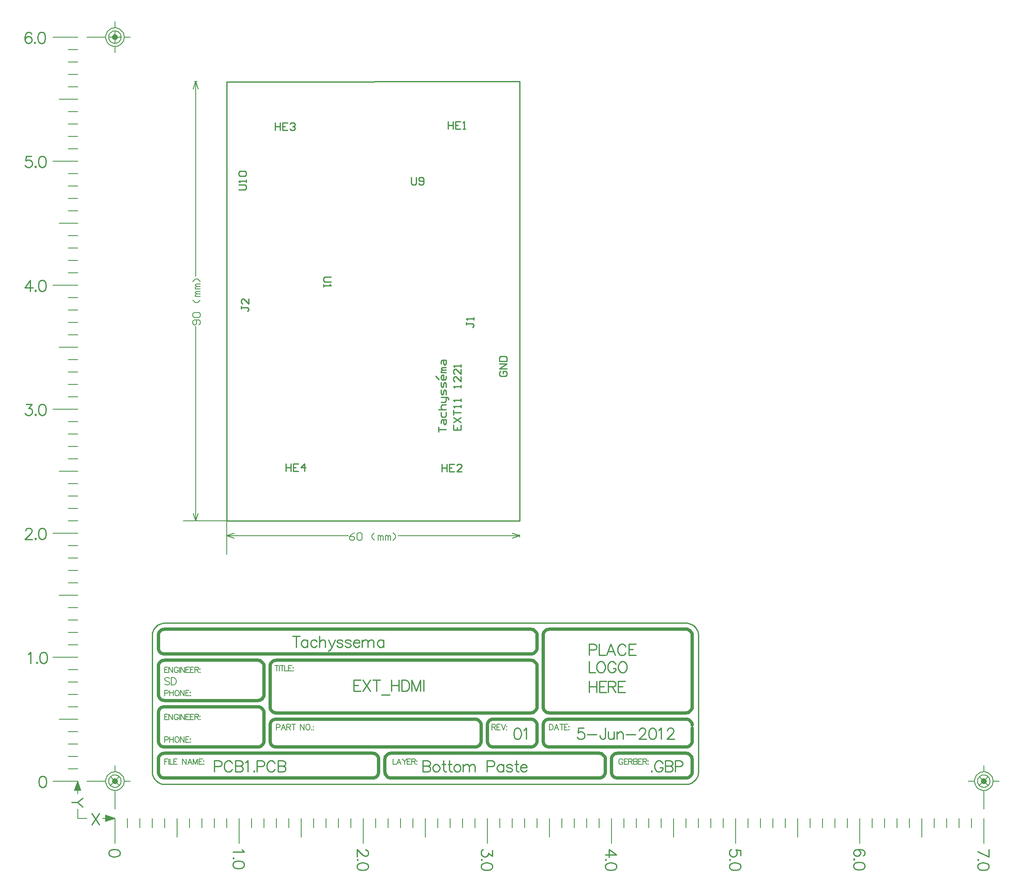
<source format=gbp>
%FSLAX44Y44*%
%MOMM*%
G71*
G01*
G75*
%ADD10R,1.1000X0.6000*%
%ADD11R,0.6000X1.1000*%
%ADD12R,0.5000X0.5000*%
%ADD13R,1.6000X1.6000*%
%ADD14R,0.6350X0.5080*%
%ADD15R,2.6000X0.3000*%
%ADD16R,3.0000X1.6000*%
%ADD17R,6.7000X6.7000*%
%ADD18R,0.3000X0.9000*%
%ADD19R,0.9000X0.3000*%
%ADD20R,5.2000X5.2000*%
%ADD21R,1.4000X1.2000*%
%ADD22R,1.2700X1.5240*%
%ADD23C,0.2000*%
%ADD24C,0.5000*%
%ADD25C,0.3000*%
%ADD26C,0.2286*%
%ADD27C,0.2540*%
%ADD28C,0.2032*%
%ADD29C,0.6350*%
%ADD30C,0.2500*%
%ADD31C,0.1524*%
%ADD32C,0.1270*%
%ADD33C,2.0000*%
%ADD34R,2.0000X2.0000*%
%ADD35R,1.6000X2.0000*%
%ADD36O,1.6000X2.0000*%
%ADD37C,3.3000*%
%ADD38C,2.3000*%
%ADD39C,6.0000*%
%ADD40C,2.4000*%
%ADD41C,1.0000*%
%ADD42C,0.8000*%
%ADD43C,0.4000*%
D23*
X1870498Y1883238D02*
X1959398D01*
X1895898D02*
Y2282199D01*
Y2384277D02*
Y2783238D01*
X1890818Y1898478D02*
X1895898Y1883238D01*
X1900978Y1898478D01*
X1890818Y2767998D02*
X1895898Y2783238D01*
X1900978Y2767998D01*
X1893358Y1883238D02*
X1898438D01*
X1893358Y2783238D02*
X1898438D01*
X1959398Y1814658D02*
Y1883238D01*
Y1852758D02*
X2208359D01*
X2310437D02*
X2559398D01*
X1959398D02*
X1974638Y1857838D01*
X1959398Y1852758D02*
X1974638Y1847678D01*
X2544158Y1857838D02*
X2559398Y1852758D01*
X2544158Y1847678D02*
X2559398Y1852758D01*
X1959398Y1850218D02*
Y1855298D01*
X2559398Y1850218D02*
Y1855298D01*
D26*
X2829166Y1371065D02*
X2828078Y1369977D01*
X2829166Y1368888D01*
X2830255Y1369977D01*
X2829166Y1371065D01*
X2851586Y1386302D02*
X2850497Y1388478D01*
X2848321Y1390655D01*
X2846144Y1391743D01*
X2841791D01*
X2839614Y1390655D01*
X2837437Y1388478D01*
X2836349Y1386302D01*
X2835261Y1383036D01*
Y1377595D01*
X2836349Y1374330D01*
X2837437Y1372153D01*
X2839614Y1369977D01*
X2841791Y1368888D01*
X2846144D01*
X2848321Y1369977D01*
X2850497Y1372153D01*
X2851586Y1374330D01*
Y1377595D01*
X2846144D02*
X2851586D01*
X2856810Y1391743D02*
Y1368888D01*
Y1391743D02*
X2866605D01*
X2869870Y1390655D01*
X2870958Y1389567D01*
X2872047Y1387390D01*
Y1385213D01*
X2870958Y1383036D01*
X2869870Y1381948D01*
X2866605Y1380860D01*
X2856810D02*
X2866605D01*
X2869870Y1379772D01*
X2870958Y1378683D01*
X2872047Y1376507D01*
Y1373241D01*
X2870958Y1371065D01*
X2869870Y1369977D01*
X2866605Y1368888D01*
X2856810D01*
X2877162Y1379772D02*
X2886957D01*
X2890222Y1380860D01*
X2891310Y1381948D01*
X2892398Y1384125D01*
Y1387390D01*
X2891310Y1389567D01*
X2890222Y1390655D01*
X2886957Y1391743D01*
X2877162D01*
Y1368888D01*
X1559708Y2880728D02*
X1558619Y2882905D01*
X1555354Y2883993D01*
X1553178D01*
X1549913Y2882905D01*
X1547736Y2879640D01*
X1546648Y2874198D01*
Y2868756D01*
X1547736Y2864403D01*
X1549913Y2862227D01*
X1553178Y2861138D01*
X1554266D01*
X1557531Y2862227D01*
X1559708Y2864403D01*
X1560796Y2867668D01*
Y2868756D01*
X1559708Y2872021D01*
X1557531Y2874198D01*
X1554266Y2875287D01*
X1553178D01*
X1549913Y2874198D01*
X1547736Y2872021D01*
X1546648Y2868756D01*
X1566891Y2863315D02*
X1565802Y2862227D01*
X1566891Y2861138D01*
X1567979Y2862227D01*
X1566891Y2863315D01*
X1579516Y2883993D02*
X1576250Y2882905D01*
X1574074Y2879640D01*
X1572986Y2874198D01*
Y2870933D01*
X1574074Y2865492D01*
X1576250Y2862227D01*
X1579516Y2861138D01*
X1581692D01*
X1584957Y2862227D01*
X1587134Y2865492D01*
X1588222Y2870933D01*
Y2874198D01*
X1587134Y2879640D01*
X1584957Y2882905D01*
X1581692Y2883993D01*
X1579516D01*
X1557531Y2375993D02*
X1546648Y2360757D01*
X1562973D01*
X1557531Y2375993D02*
Y2353138D01*
X1568088Y2355315D02*
X1567000Y2354227D01*
X1568088Y2353138D01*
X1569176Y2354227D01*
X1568088Y2355315D01*
X1580713Y2375993D02*
X1577448Y2374905D01*
X1575271Y2371640D01*
X1574183Y2366198D01*
Y2362933D01*
X1575271Y2357491D01*
X1577448Y2354227D01*
X1580713Y2353138D01*
X1582889D01*
X1586154Y2354227D01*
X1588331Y2357491D01*
X1589419Y2362933D01*
Y2366198D01*
X1588331Y2371640D01*
X1586154Y2374905D01*
X1582889Y2375993D01*
X1580713D01*
X1547736Y1862552D02*
Y1863640D01*
X1548824Y1865817D01*
X1549913Y1866905D01*
X1552089Y1867993D01*
X1556443D01*
X1558619Y1866905D01*
X1559708Y1865817D01*
X1560796Y1863640D01*
Y1861463D01*
X1559708Y1859286D01*
X1557531Y1856022D01*
X1546648Y1845138D01*
X1561884D01*
X1568088Y1847315D02*
X1567000Y1846227D01*
X1568088Y1845138D01*
X1569176Y1846227D01*
X1568088Y1847315D01*
X1580713Y1867993D02*
X1577448Y1866905D01*
X1575271Y1863640D01*
X1574183Y1858198D01*
Y1854933D01*
X1575271Y1849491D01*
X1577448Y1846227D01*
X1580713Y1845138D01*
X1582889D01*
X1586154Y1846227D01*
X1588331Y1849491D01*
X1589419Y1854933D01*
Y1858198D01*
X1588331Y1863640D01*
X1586154Y1866905D01*
X1582889Y1867993D01*
X1580713D01*
X1581753Y1359993D02*
X1578488Y1358905D01*
X1576311Y1355640D01*
X1575223Y1350198D01*
Y1346933D01*
X1576311Y1341492D01*
X1578488Y1338226D01*
X1581753Y1337138D01*
X1583929D01*
X1587194Y1338226D01*
X1589371Y1341492D01*
X1590459Y1346933D01*
Y1350198D01*
X1589371Y1355640D01*
X1587194Y1358905D01*
X1583929Y1359993D01*
X1581753D01*
X1552998Y1609640D02*
X1555174Y1610728D01*
X1558439Y1613993D01*
Y1591138D01*
X1570846Y1593315D02*
X1569758Y1592227D01*
X1570846Y1591138D01*
X1571935Y1592227D01*
X1570846Y1593315D01*
X1583471Y1613993D02*
X1580206Y1612905D01*
X1578029Y1609640D01*
X1576941Y1604198D01*
Y1600933D01*
X1578029Y1595491D01*
X1580206Y1592227D01*
X1583471Y1591138D01*
X1585648D01*
X1588913Y1592227D01*
X1591089Y1595491D01*
X1592178Y1600933D01*
Y1604198D01*
X1591089Y1609640D01*
X1588913Y1612905D01*
X1585648Y1613993D01*
X1583471D01*
X1548824Y2121993D02*
X1560796D01*
X1554266Y2113286D01*
X1557531D01*
X1559708Y2112198D01*
X1560796Y2111110D01*
X1561884Y2107845D01*
Y2105668D01*
X1560796Y2102403D01*
X1558619Y2100226D01*
X1555354Y2099138D01*
X1552089D01*
X1548824Y2100226D01*
X1547736Y2101315D01*
X1546648Y2103492D01*
X1568088Y2101315D02*
X1567000Y2100226D01*
X1568088Y2099138D01*
X1569176Y2100226D01*
X1568088Y2101315D01*
X1580713Y2121993D02*
X1577448Y2120905D01*
X1575271Y2117640D01*
X1574183Y2112198D01*
Y2108933D01*
X1575271Y2103492D01*
X1577448Y2100226D01*
X1580713Y2099138D01*
X1582889D01*
X1586154Y2100226D01*
X1588331Y2103492D01*
X1589419Y2108933D01*
Y2112198D01*
X1588331Y2117640D01*
X1586154Y2120905D01*
X1582889Y2121993D01*
X1580713D01*
X1559708Y2629993D02*
X1548824D01*
X1547736Y2620198D01*
X1548824Y2621287D01*
X1552089Y2622375D01*
X1555354D01*
X1558619Y2621287D01*
X1560796Y2619110D01*
X1561884Y2615845D01*
Y2613668D01*
X1560796Y2610403D01*
X1558619Y2608227D01*
X1555354Y2607138D01*
X1552089D01*
X1548824Y2608227D01*
X1547736Y2609315D01*
X1546648Y2611491D01*
X1568088Y2609315D02*
X1567000Y2608227D01*
X1568088Y2607138D01*
X1569176Y2608227D01*
X1568088Y2609315D01*
X1580713Y2629993D02*
X1577448Y2628905D01*
X1575271Y2625640D01*
X1574183Y2620198D01*
Y2616933D01*
X1575271Y2611491D01*
X1577448Y2608227D01*
X1580713Y2607138D01*
X1582889D01*
X1586154Y2608227D01*
X1588331Y2611491D01*
X1589419Y2616933D01*
Y2620198D01*
X1588331Y2625640D01*
X1586154Y2628905D01*
X1582889Y2629993D01*
X1580713D01*
X3518953Y1194901D02*
X3496098Y1205785D01*
X3518953Y1210138D02*
Y1194901D01*
X3498275Y1188698D02*
X3497186Y1189786D01*
X3496098Y1188698D01*
X3497186Y1187609D01*
X3498275Y1188698D01*
X3518953Y1176073D02*
X3517864Y1179338D01*
X3514599Y1181515D01*
X3509158Y1182603D01*
X3505893D01*
X3500451Y1181515D01*
X3497186Y1179338D01*
X3496098Y1176073D01*
Y1173896D01*
X3497186Y1170631D01*
X3500451Y1168455D01*
X3505893Y1167366D01*
X3509158D01*
X3514599Y1168455D01*
X3517864Y1170631D01*
X3518953Y1173896D01*
Y1176073D01*
X3010953Y1197078D02*
Y1207962D01*
X3001158Y1209050D01*
X3002246Y1207962D01*
X3003334Y1204696D01*
Y1201431D01*
X3002246Y1198166D01*
X3000069Y1195990D01*
X2996805Y1194901D01*
X2994628D01*
X2991363Y1195990D01*
X2989186Y1198166D01*
X2988098Y1201431D01*
Y1204696D01*
X2989186Y1207962D01*
X2990274Y1209050D01*
X2992451Y1210138D01*
X2990274Y1188698D02*
X2989186Y1189786D01*
X2988098Y1188698D01*
X2989186Y1187609D01*
X2990274Y1188698D01*
X3010953Y1176073D02*
X3009865Y1179338D01*
X3006599Y1181515D01*
X3001158Y1182603D01*
X2997893D01*
X2992451Y1181515D01*
X2989186Y1179338D01*
X2988098Y1176073D01*
Y1173896D01*
X2989186Y1170631D01*
X2992451Y1168455D01*
X2997893Y1167366D01*
X3001158D01*
X3006599Y1168455D01*
X3009865Y1170631D01*
X3010953Y1173896D01*
Y1176073D01*
X2502953Y1207962D02*
Y1195990D01*
X2494246Y1202520D01*
Y1199255D01*
X2493158Y1197078D01*
X2492069Y1195990D01*
X2488804Y1194901D01*
X2486628D01*
X2483363Y1195990D01*
X2481186Y1198166D01*
X2480098Y1201431D01*
Y1204696D01*
X2481186Y1207962D01*
X2482274Y1209050D01*
X2484451Y1210138D01*
X2482274Y1188698D02*
X2481186Y1189786D01*
X2480098Y1188698D01*
X2481186Y1187609D01*
X2482274Y1188698D01*
X2502953Y1176073D02*
X2501864Y1179338D01*
X2498599Y1181515D01*
X2493158Y1182603D01*
X2489893D01*
X2484451Y1181515D01*
X2481186Y1179338D01*
X2480098Y1176073D01*
Y1173896D01*
X2481186Y1170631D01*
X2484451Y1168455D01*
X2489893Y1167366D01*
X2493158D01*
X2498599Y1168455D01*
X2501864Y1170631D01*
X2502953Y1173896D01*
Y1176073D01*
X1990599Y1210138D02*
X1991688Y1207962D01*
X1994953Y1204696D01*
X1972098D01*
X1974274Y1192289D02*
X1973186Y1193378D01*
X1972098Y1192289D01*
X1973186Y1191201D01*
X1974274Y1192289D01*
X1994953Y1179665D02*
X1993864Y1182930D01*
X1990599Y1185106D01*
X1985158Y1186195D01*
X1981893D01*
X1976451Y1185106D01*
X1973186Y1182930D01*
X1972098Y1179665D01*
Y1177488D01*
X1973186Y1174223D01*
X1976451Y1172046D01*
X1981893Y1170958D01*
X1985158D01*
X1990599Y1172046D01*
X1993864Y1174223D01*
X1994953Y1177488D01*
Y1179665D01*
X1740953Y1203608D02*
X1739864Y1206873D01*
X1736599Y1209050D01*
X1731158Y1210138D01*
X1727893D01*
X1722451Y1209050D01*
X1719186Y1206873D01*
X1718098Y1203608D01*
Y1201431D01*
X1719186Y1198166D01*
X1722451Y1195990D01*
X1727893Y1194901D01*
X1731158D01*
X1736599Y1195990D01*
X1739864Y1198166D01*
X1740953Y1201431D01*
Y1203608D01*
X2243511Y1209050D02*
X2244599D01*
X2246776Y1207962D01*
X2247864Y1206873D01*
X2248953Y1204696D01*
Y1200343D01*
X2247864Y1198166D01*
X2246776Y1197078D01*
X2244599Y1195990D01*
X2242423D01*
X2240246Y1197078D01*
X2236981Y1199255D01*
X2226098Y1210138D01*
Y1194901D01*
X2228274Y1188698D02*
X2227186Y1189786D01*
X2226098Y1188698D01*
X2227186Y1187609D01*
X2228274Y1188698D01*
X2248953Y1176073D02*
X2247864Y1179338D01*
X2244599Y1181515D01*
X2239158Y1182603D01*
X2235893D01*
X2230451Y1181515D01*
X2227186Y1179338D01*
X2226098Y1176073D01*
Y1173896D01*
X2227186Y1170631D01*
X2230451Y1168455D01*
X2235893Y1167366D01*
X2239158D01*
X2244599Y1168455D01*
X2247864Y1170631D01*
X2248953Y1173896D01*
Y1176073D01*
X2756953Y1199255D02*
X2741716Y1210138D01*
Y1193813D01*
X2756953Y1199255D02*
X2734098D01*
X2736274Y1188698D02*
X2735186Y1189786D01*
X2734098Y1188698D01*
X2735186Y1187609D01*
X2736274Y1188698D01*
X2756953Y1176073D02*
X2755864Y1179338D01*
X2752599Y1181515D01*
X2747158Y1182603D01*
X2743893D01*
X2738451Y1181515D01*
X2735186Y1179338D01*
X2734098Y1176073D01*
Y1173896D01*
X2735186Y1170631D01*
X2738451Y1168455D01*
X2743893Y1167366D01*
X2747158D01*
X2752599Y1168455D01*
X2755864Y1170631D01*
X2756953Y1173896D01*
Y1176073D01*
X3261688Y1197078D02*
X3263864Y1198166D01*
X3264953Y1201431D01*
Y1203608D01*
X3263864Y1206873D01*
X3260599Y1209050D01*
X3255158Y1210138D01*
X3249716D01*
X3245363Y1209050D01*
X3243186Y1206873D01*
X3242098Y1203608D01*
Y1202520D01*
X3243186Y1199255D01*
X3245363Y1197078D01*
X3248628Y1195990D01*
X3249716D01*
X3252981Y1197078D01*
X3255158Y1199255D01*
X3256246Y1202520D01*
Y1203608D01*
X3255158Y1206873D01*
X3252981Y1209050D01*
X3249716Y1210138D01*
X3244274Y1189895D02*
X3243186Y1190983D01*
X3242098Y1189895D01*
X3243186Y1188807D01*
X3244274Y1189895D01*
X3264953Y1177270D02*
X3263864Y1180535D01*
X3260599Y1182712D01*
X3255158Y1183800D01*
X3251893D01*
X3246451Y1182712D01*
X3243186Y1180535D01*
X3242098Y1177270D01*
Y1175094D01*
X3243186Y1171829D01*
X3246451Y1169652D01*
X3251893Y1168564D01*
X3255158D01*
X3260599Y1169652D01*
X3263864Y1171829D01*
X3264953Y1175094D01*
Y1177270D01*
X1683173Y1283793D02*
X1698409Y1260938D01*
Y1283793D02*
X1683173Y1260938D01*
X1664753Y1314913D02*
X1653869Y1306206D01*
X1641898D01*
X1664753Y1297500D02*
X1653869Y1306206D01*
X2690008Y1458418D02*
X2679124D01*
X2678036Y1448623D01*
X2679124Y1449711D01*
X2682390Y1450800D01*
X2685654D01*
X2688919Y1449711D01*
X2691096Y1447535D01*
X2692184Y1444270D01*
Y1442093D01*
X2691096Y1438828D01*
X2688919Y1436651D01*
X2685654Y1435563D01*
X2682390D01*
X2679124Y1436651D01*
X2678036Y1437740D01*
X2676948Y1439917D01*
X2697299Y1445358D02*
X2716890D01*
X2734521Y1458418D02*
Y1441005D01*
X2733433Y1437740D01*
X2732344Y1436651D01*
X2730168Y1435563D01*
X2727991D01*
X2725814Y1436651D01*
X2724726Y1437740D01*
X2723637Y1441005D01*
Y1443181D01*
X2740398Y1450800D02*
Y1439917D01*
X2741486Y1436651D01*
X2743663Y1435563D01*
X2746928D01*
X2749105Y1436651D01*
X2752370Y1439917D01*
Y1450800D02*
Y1435563D01*
X2758355Y1450800D02*
Y1435563D01*
Y1446447D02*
X2761620Y1449711D01*
X2763797Y1450800D01*
X2767062D01*
X2769239Y1449711D01*
X2770327Y1446447D01*
Y1435563D01*
X2776313Y1445358D02*
X2795903D01*
X2803739Y1452977D02*
Y1454065D01*
X2804827Y1456242D01*
X2805916Y1457330D01*
X2808093Y1458418D01*
X2812446D01*
X2814622Y1457330D01*
X2815711Y1456242D01*
X2816799Y1454065D01*
Y1451888D01*
X2815711Y1449711D01*
X2813534Y1446447D01*
X2802651Y1435563D01*
X2817888D01*
X2829533Y1458418D02*
X2826268Y1457330D01*
X2824091Y1454065D01*
X2823003Y1448623D01*
Y1445358D01*
X2824091Y1439917D01*
X2826268Y1436651D01*
X2829533Y1435563D01*
X2831709D01*
X2834974Y1436651D01*
X2837151Y1439917D01*
X2838239Y1445358D01*
Y1448623D01*
X2837151Y1454065D01*
X2834974Y1457330D01*
X2831709Y1458418D01*
X2829533D01*
X2843354Y1454065D02*
X2845531Y1455153D01*
X2848796Y1458418D01*
Y1435563D01*
X2861203Y1452977D02*
Y1454065D01*
X2862292Y1456242D01*
X2863380Y1457330D01*
X2865557Y1458418D01*
X2869910D01*
X2872087Y1457330D01*
X2873175Y1456242D01*
X2874263Y1454065D01*
Y1451888D01*
X2873175Y1449711D01*
X2870999Y1446447D01*
X2860115Y1435563D01*
X2875352D01*
X2701078Y1554303D02*
Y1531448D01*
X2716314Y1554303D02*
Y1531448D01*
X2701078Y1543420D02*
X2716314D01*
X2736775Y1554303D02*
X2722627D01*
Y1531448D01*
X2736775D01*
X2722627Y1543420D02*
X2731334D01*
X2740584Y1554303D02*
Y1531448D01*
Y1554303D02*
X2750379D01*
X2753644Y1553215D01*
X2754733Y1552127D01*
X2755821Y1549950D01*
Y1547773D01*
X2754733Y1545596D01*
X2753644Y1544508D01*
X2750379Y1543420D01*
X2740584D01*
X2748203D02*
X2755821Y1531448D01*
X2775085Y1554303D02*
X2760936D01*
Y1531448D01*
X2775085D01*
X2760936Y1543420D02*
X2769643D01*
X2701078Y1594943D02*
Y1572088D01*
X2714138D01*
X2723171Y1594943D02*
X2720994Y1593855D01*
X2718818Y1591678D01*
X2717729Y1589501D01*
X2716641Y1586237D01*
Y1580795D01*
X2717729Y1577530D01*
X2718818Y1575353D01*
X2720994Y1573177D01*
X2723171Y1572088D01*
X2727524D01*
X2729701Y1573177D01*
X2731878Y1575353D01*
X2732966Y1577530D01*
X2734054Y1580795D01*
Y1586237D01*
X2732966Y1589501D01*
X2731878Y1591678D01*
X2729701Y1593855D01*
X2727524Y1594943D01*
X2723171D01*
X2755712Y1589501D02*
X2754624Y1591678D01*
X2752447Y1593855D01*
X2750271Y1594943D01*
X2745917D01*
X2743741Y1593855D01*
X2741564Y1591678D01*
X2740475Y1589501D01*
X2739387Y1586237D01*
Y1580795D01*
X2740475Y1577530D01*
X2741564Y1575353D01*
X2743741Y1573177D01*
X2745917Y1572088D01*
X2750271D01*
X2752447Y1573177D01*
X2754624Y1575353D01*
X2755712Y1577530D01*
Y1580795D01*
X2750271D02*
X2755712D01*
X2767466Y1594943D02*
X2765290Y1593855D01*
X2763113Y1591678D01*
X2762025Y1589501D01*
X2760936Y1586237D01*
Y1580795D01*
X2762025Y1577530D01*
X2763113Y1575353D01*
X2765290Y1573177D01*
X2767466Y1572088D01*
X2771820D01*
X2773996Y1573177D01*
X2776173Y1575353D01*
X2777261Y1577530D01*
X2778350Y1580795D01*
Y1586237D01*
X2777261Y1589501D01*
X2776173Y1591678D01*
X2773996Y1593855D01*
X2771820Y1594943D01*
X2767466D01*
X2701078Y1618531D02*
X2710873D01*
X2714138Y1619620D01*
X2715226Y1620708D01*
X2716314Y1622885D01*
Y1626150D01*
X2715226Y1628327D01*
X2714138Y1629415D01*
X2710873Y1630503D01*
X2701078D01*
Y1607648D01*
X2721430Y1630503D02*
Y1607648D01*
X2734490D01*
X2754406D02*
X2745699Y1630503D01*
X2736993Y1607648D01*
X2740258Y1615267D02*
X2751141D01*
X2776064Y1625061D02*
X2774976Y1627238D01*
X2772799Y1629415D01*
X2770623Y1630503D01*
X2766269D01*
X2764092Y1629415D01*
X2761916Y1627238D01*
X2760827Y1625061D01*
X2759739Y1621797D01*
Y1616355D01*
X2760827Y1613090D01*
X2761916Y1610913D01*
X2764092Y1608737D01*
X2766269Y1607648D01*
X2770623D01*
X2772799Y1608737D01*
X2774976Y1610913D01*
X2776064Y1613090D01*
X2796634Y1630503D02*
X2782485D01*
Y1607648D01*
X2796634D01*
X2782485Y1619620D02*
X2791192D01*
X2553303Y1458418D02*
X2550038Y1457330D01*
X2547861Y1454065D01*
X2546773Y1448623D01*
Y1445358D01*
X2547861Y1439917D01*
X2550038Y1436651D01*
X2553303Y1435563D01*
X2555479D01*
X2558744Y1436651D01*
X2560921Y1439917D01*
X2562009Y1445358D01*
Y1448623D01*
X2560921Y1454065D01*
X2558744Y1457330D01*
X2555479Y1458418D01*
X2553303D01*
X2567125Y1454065D02*
X2569301Y1455153D01*
X2572566Y1458418D01*
Y1435563D01*
X2360718Y1391743D02*
Y1368888D01*
Y1391743D02*
X2370513D01*
X2373778Y1390655D01*
X2374866Y1389567D01*
X2375954Y1387390D01*
Y1385213D01*
X2374866Y1383036D01*
X2373778Y1381948D01*
X2370513Y1380860D01*
X2360718D02*
X2370513D01*
X2373778Y1379772D01*
X2374866Y1378683D01*
X2375954Y1376507D01*
Y1373241D01*
X2374866Y1371065D01*
X2373778Y1369977D01*
X2370513Y1368888D01*
X2360718D01*
X2386511Y1384125D02*
X2384335Y1383036D01*
X2382158Y1380860D01*
X2381070Y1377595D01*
Y1375418D01*
X2382158Y1372153D01*
X2384335Y1369977D01*
X2386511Y1368888D01*
X2389776D01*
X2391953Y1369977D01*
X2394130Y1372153D01*
X2395218Y1375418D01*
Y1377595D01*
X2394130Y1380860D01*
X2391953Y1383036D01*
X2389776Y1384125D01*
X2386511D01*
X2403489Y1391743D02*
Y1373241D01*
X2404578Y1369977D01*
X2406754Y1368888D01*
X2408931D01*
X2400224Y1384125D02*
X2407843D01*
X2415461Y1391743D02*
Y1373241D01*
X2416549Y1369977D01*
X2418726Y1368888D01*
X2420903D01*
X2412196Y1384125D02*
X2419814D01*
X2429610D02*
X2427433Y1383036D01*
X2425256Y1380860D01*
X2424168Y1377595D01*
Y1375418D01*
X2425256Y1372153D01*
X2427433Y1369977D01*
X2429610Y1368888D01*
X2432874D01*
X2435051Y1369977D01*
X2437228Y1372153D01*
X2438316Y1375418D01*
Y1377595D01*
X2437228Y1380860D01*
X2435051Y1383036D01*
X2432874Y1384125D01*
X2429610D01*
X2443323D02*
Y1368888D01*
Y1379772D02*
X2446588Y1383036D01*
X2448764Y1384125D01*
X2452029D01*
X2454206Y1383036D01*
X2455294Y1379772D01*
Y1368888D01*
Y1379772D02*
X2458559Y1383036D01*
X2460736Y1384125D01*
X2464001D01*
X2466178Y1383036D01*
X2467266Y1379772D01*
Y1368888D01*
X2492407Y1379772D02*
X2502202D01*
X2505467Y1380860D01*
X2506555Y1381948D01*
X2507643Y1384125D01*
Y1387390D01*
X2506555Y1389567D01*
X2505467Y1390655D01*
X2502202Y1391743D01*
X2492407D01*
Y1368888D01*
X2525819Y1384125D02*
Y1368888D01*
Y1380860D02*
X2523642Y1383036D01*
X2521465Y1384125D01*
X2518200D01*
X2516024Y1383036D01*
X2513847Y1380860D01*
X2512759Y1377595D01*
Y1375418D01*
X2513847Y1372153D01*
X2516024Y1369977D01*
X2518200Y1368888D01*
X2521465D01*
X2523642Y1369977D01*
X2525819Y1372153D01*
X2543885Y1380860D02*
X2542797Y1383036D01*
X2539532Y1384125D01*
X2536267D01*
X2533002Y1383036D01*
X2531913Y1380860D01*
X2533002Y1378683D01*
X2535178Y1377595D01*
X2540620Y1376507D01*
X2542797Y1375418D01*
X2543885Y1373241D01*
Y1372153D01*
X2542797Y1369977D01*
X2539532Y1368888D01*
X2536267D01*
X2533002Y1369977D01*
X2531913Y1372153D01*
X2551939Y1391743D02*
Y1373241D01*
X2553027Y1369977D01*
X2555204Y1368888D01*
X2557380D01*
X2548674Y1384125D02*
X2556292D01*
X2560645Y1377595D02*
X2573705D01*
Y1379772D01*
X2572617Y1381948D01*
X2571529Y1383036D01*
X2569352Y1384125D01*
X2566087D01*
X2563911Y1383036D01*
X2561734Y1380860D01*
X2560645Y1377595D01*
Y1375418D01*
X2561734Y1372153D01*
X2563911Y1369977D01*
X2566087Y1368888D01*
X2569352D01*
X2571529Y1369977D01*
X2573705Y1372153D01*
X1933998Y1379772D02*
X1943793D01*
X1947058Y1380860D01*
X1948146Y1381948D01*
X1949234Y1384125D01*
Y1387390D01*
X1948146Y1389567D01*
X1947058Y1390655D01*
X1943793Y1391743D01*
X1933998D01*
Y1368888D01*
X1970675Y1386302D02*
X1969586Y1388478D01*
X1967410Y1390655D01*
X1965233Y1391743D01*
X1960880D01*
X1958703Y1390655D01*
X1956526Y1388478D01*
X1955438Y1386302D01*
X1954350Y1383036D01*
Y1377595D01*
X1955438Y1374330D01*
X1956526Y1372153D01*
X1958703Y1369977D01*
X1960880Y1368888D01*
X1965233D01*
X1967410Y1369977D01*
X1969586Y1372153D01*
X1970675Y1374330D01*
X1977096Y1391743D02*
Y1368888D01*
Y1391743D02*
X1986891D01*
X1990156Y1390655D01*
X1991244Y1389567D01*
X1992333Y1387390D01*
Y1385213D01*
X1991244Y1383036D01*
X1990156Y1381948D01*
X1986891Y1380860D01*
X1977096D02*
X1986891D01*
X1990156Y1379772D01*
X1991244Y1378683D01*
X1992333Y1376507D01*
Y1373241D01*
X1991244Y1371065D01*
X1990156Y1369977D01*
X1986891Y1368888D01*
X1977096D01*
X1997448Y1387390D02*
X1999624Y1388478D01*
X2002890Y1391743D01*
Y1368888D01*
X2015297Y1371065D02*
X2014208Y1369977D01*
X2015297Y1368888D01*
X2016385Y1369977D01*
X2015297Y1371065D01*
X2021391Y1379772D02*
X2031186D01*
X2034451Y1380860D01*
X2035540Y1381948D01*
X2036628Y1384125D01*
Y1387390D01*
X2035540Y1389567D01*
X2034451Y1390655D01*
X2031186Y1391743D01*
X2021391D01*
Y1368888D01*
X2058068Y1386302D02*
X2056980Y1388478D01*
X2054803Y1390655D01*
X2052627Y1391743D01*
X2048273D01*
X2046096Y1390655D01*
X2043920Y1388478D01*
X2042832Y1386302D01*
X2041743Y1383036D01*
Y1377595D01*
X2042832Y1374330D01*
X2043920Y1372153D01*
X2046096Y1369977D01*
X2048273Y1368888D01*
X2052627D01*
X2054803Y1369977D01*
X2056980Y1372153D01*
X2058068Y1374330D01*
X2064489Y1391743D02*
Y1368888D01*
Y1391743D02*
X2074285D01*
X2077549Y1390655D01*
X2078638Y1389567D01*
X2079726Y1387390D01*
Y1385213D01*
X2078638Y1383036D01*
X2077549Y1381948D01*
X2074285Y1380860D01*
X2064489D02*
X2074285D01*
X2077549Y1379772D01*
X2078638Y1378683D01*
X2079726Y1376507D01*
Y1373241D01*
X2078638Y1371065D01*
X2077549Y1369977D01*
X2074285Y1368888D01*
X2064489D01*
X2233896Y1556843D02*
X2219748D01*
Y1533988D01*
X2233896D01*
X2219748Y1545960D02*
X2228454D01*
X2237705Y1556843D02*
X2252942Y1533988D01*
Y1556843D02*
X2237705Y1533988D01*
X2265676Y1556843D02*
Y1533988D01*
X2258057Y1556843D02*
X2273294D01*
X2276015Y1526370D02*
X2293428D01*
X2296367Y1556843D02*
Y1533988D01*
X2311603Y1556843D02*
Y1533988D01*
X2296367Y1545960D02*
X2311603D01*
X2317916Y1556843D02*
Y1533988D01*
Y1556843D02*
X2325534D01*
X2328799Y1555755D01*
X2330976Y1553578D01*
X2332064Y1551402D01*
X2333152Y1548136D01*
Y1542695D01*
X2332064Y1539430D01*
X2330976Y1537253D01*
X2328799Y1535076D01*
X2325534Y1533988D01*
X2317916D01*
X2338268Y1556843D02*
Y1533988D01*
Y1556843D02*
X2346974Y1533988D01*
X2355681Y1556843D02*
X2346974Y1533988D01*
X2355681Y1556843D02*
Y1533988D01*
X2362211Y1556843D02*
Y1533988D01*
X2101636Y1647013D02*
Y1624158D01*
X2094018Y1647013D02*
X2109254D01*
X2125035Y1639395D02*
Y1624158D01*
Y1636130D02*
X2122859Y1638306D01*
X2120682Y1639395D01*
X2117417D01*
X2115240Y1638306D01*
X2113064Y1636130D01*
X2111975Y1632865D01*
Y1630688D01*
X2113064Y1627423D01*
X2115240Y1625246D01*
X2117417Y1624158D01*
X2120682D01*
X2122859Y1625246D01*
X2125035Y1627423D01*
X2144190Y1636130D02*
X2142013Y1638306D01*
X2139837Y1639395D01*
X2136572D01*
X2134395Y1638306D01*
X2132218Y1636130D01*
X2131130Y1632865D01*
Y1630688D01*
X2132218Y1627423D01*
X2134395Y1625246D01*
X2136572Y1624158D01*
X2139837D01*
X2142013Y1625246D01*
X2144190Y1627423D01*
X2149088Y1647013D02*
Y1624158D01*
Y1635042D02*
X2152353Y1638306D01*
X2154529Y1639395D01*
X2157794D01*
X2159971Y1638306D01*
X2161059Y1635042D01*
Y1624158D01*
X2168134Y1639395D02*
X2174664Y1624158D01*
X2181194Y1639395D02*
X2174664Y1624158D01*
X2172487Y1619805D01*
X2170310Y1617628D01*
X2168134Y1616540D01*
X2167045D01*
X2196974Y1636130D02*
X2195886Y1638306D01*
X2192621Y1639395D01*
X2189356D01*
X2186091Y1638306D01*
X2185003Y1636130D01*
X2186091Y1633953D01*
X2188268Y1632865D01*
X2193709Y1631776D01*
X2195886Y1630688D01*
X2196974Y1628512D01*
Y1627423D01*
X2195886Y1625246D01*
X2192621Y1624158D01*
X2189356D01*
X2186091Y1625246D01*
X2185003Y1627423D01*
X2213735Y1636130D02*
X2212646Y1638306D01*
X2209382Y1639395D01*
X2206116D01*
X2202852Y1638306D01*
X2201763Y1636130D01*
X2202852Y1633953D01*
X2205028Y1632865D01*
X2210470Y1631776D01*
X2212646Y1630688D01*
X2213735Y1628512D01*
Y1627423D01*
X2212646Y1625246D01*
X2209382Y1624158D01*
X2206116D01*
X2202852Y1625246D01*
X2201763Y1627423D01*
X2218524Y1632865D02*
X2231584D01*
Y1635042D01*
X2230495Y1637218D01*
X2229407Y1638306D01*
X2227230Y1639395D01*
X2223965D01*
X2221789Y1638306D01*
X2219612Y1636130D01*
X2218524Y1632865D01*
Y1630688D01*
X2219612Y1627423D01*
X2221789Y1625246D01*
X2223965Y1624158D01*
X2227230D01*
X2229407Y1625246D01*
X2231584Y1627423D01*
X2236481Y1639395D02*
Y1624158D01*
Y1635042D02*
X2239746Y1638306D01*
X2241923Y1639395D01*
X2245188D01*
X2247365Y1638306D01*
X2248453Y1635042D01*
Y1624158D01*
Y1635042D02*
X2251718Y1638306D01*
X2253895Y1639395D01*
X2257159D01*
X2259336Y1638306D01*
X2260425Y1635042D01*
Y1624158D01*
X2280668Y1639395D02*
Y1624158D01*
Y1636130D02*
X2278491Y1638306D01*
X2276314Y1639395D01*
X2273049D01*
X2270873Y1638306D01*
X2268696Y1636130D01*
X2267608Y1632865D01*
Y1630688D01*
X2268696Y1627423D01*
X2270873Y1625246D01*
X2273049Y1624158D01*
X2276314D01*
X2278491Y1625246D01*
X2280668Y1627423D01*
D27*
X2520252Y2189805D02*
X2517713Y2187266D01*
Y2182187D01*
X2520252Y2179648D01*
X2530408D01*
X2532948Y2182187D01*
Y2187266D01*
X2530408Y2189805D01*
X2525330D01*
Y2184727D01*
X2532948Y2194883D02*
X2517713D01*
X2532948Y2205040D01*
X2517713D01*
Y2210118D02*
X2532948D01*
Y2217736D01*
X2530408Y2220275D01*
X2520252D01*
X2517713Y2217736D01*
Y2210118D01*
X2058448Y2698133D02*
Y2682898D01*
Y2690516D01*
X2068604D01*
Y2698133D01*
Y2682898D01*
X2083840Y2698133D02*
X2073683D01*
Y2682898D01*
X2083840D01*
X2073683Y2690516D02*
X2078761D01*
X2088918Y2695594D02*
X2091457Y2698133D01*
X2096535D01*
X2099075Y2695594D01*
Y2693055D01*
X2096535Y2690516D01*
X2093996D01*
X2096535D01*
X2099075Y2687976D01*
Y2685437D01*
X2096535Y2682898D01*
X2091457D01*
X2088918Y2685437D01*
X2412948Y2700633D02*
Y2685398D01*
Y2693016D01*
X2423104D01*
Y2700633D01*
Y2685398D01*
X2438340Y2700633D02*
X2428183D01*
Y2685398D01*
X2438340D01*
X2428183Y2693016D02*
X2433261D01*
X2443418Y2685398D02*
X2448496D01*
X2445957D01*
Y2700633D01*
X2443418Y2698094D01*
X2080448Y2000133D02*
Y1984898D01*
Y1992516D01*
X2090604D01*
Y2000133D01*
Y1984898D01*
X2105840Y2000133D02*
X2095683D01*
Y1984898D01*
X2105840D01*
X2095683Y1992516D02*
X2100761D01*
X2118535Y1984898D02*
Y2000133D01*
X2110918Y1992516D01*
X2121075D01*
X2400198Y1999133D02*
Y1983898D01*
Y1991516D01*
X2410354D01*
Y1999133D01*
Y1983898D01*
X2425589Y1999133D02*
X2415433D01*
Y1983898D01*
X2425589D01*
X2415433Y1991516D02*
X2420511D01*
X2440825Y1983898D02*
X2430668D01*
X2440825Y1994055D01*
Y1996594D01*
X2438285Y1999133D01*
X2433207D01*
X2430668Y1996594D01*
X2449463Y2289305D02*
Y2284227D01*
Y2286766D01*
X2462159D01*
X2464698Y2284227D01*
Y2281687D01*
X2462159Y2279148D01*
X2464698Y2294383D02*
Y2299462D01*
Y2296922D01*
X2449463D01*
X2452002Y2294383D01*
X2173183Y2382648D02*
X2160487D01*
X2157948Y2380109D01*
Y2375031D01*
X2160487Y2372491D01*
X2173183D01*
X2157948Y2367413D02*
Y2362335D01*
Y2364874D01*
X2173183D01*
X2170644Y2367413D01*
X1984463Y2560898D02*
X1997159D01*
X1999698Y2563437D01*
Y2568516D01*
X1997159Y2571055D01*
X1984463D01*
X1999698Y2576133D02*
Y2581212D01*
Y2578672D01*
X1984463D01*
X1987002Y2576133D01*
Y2588829D02*
X1984463Y2591368D01*
Y2596447D01*
X1987002Y2598986D01*
X1997159D01*
X1999698Y2596447D01*
Y2591368D01*
X1997159Y2588829D01*
X1987002D01*
X2336948Y2586383D02*
Y2573687D01*
X2339487Y2571148D01*
X2344565D01*
X2347104Y2573687D01*
Y2586383D01*
X2352183Y2573687D02*
X2354722Y2571148D01*
X2359800D01*
X2362339Y2573687D01*
Y2583844D01*
X2359800Y2586383D01*
X2354722D01*
X2352183Y2583844D01*
Y2581305D01*
X2354722Y2578766D01*
X2362339D01*
X1989463Y2322055D02*
Y2316976D01*
Y2319516D01*
X2002159D01*
X2004698Y2316976D01*
Y2314437D01*
X2002159Y2311898D01*
X2004698Y2337290D02*
Y2327133D01*
X1994541Y2337290D01*
X1992002D01*
X1989463Y2334751D01*
Y2329672D01*
X1992002Y2327133D01*
X2393463Y2064898D02*
Y2075055D01*
Y2069977D01*
X2408698D01*
X2398541Y2082672D02*
Y2087751D01*
X2401080Y2090290D01*
X2408698D01*
Y2082672D01*
X2406158Y2080133D01*
X2403619Y2082672D01*
Y2090290D01*
X2398541Y2105525D02*
Y2097908D01*
X2401080Y2095368D01*
X2406158D01*
X2408698Y2097908D01*
Y2105525D01*
X2393463Y2110603D02*
X2408698D01*
X2401080D01*
X2398541Y2113143D01*
Y2118221D01*
X2401080Y2120760D01*
X2408698D01*
X2398541Y2125838D02*
X2406158D01*
X2408698Y2128378D01*
Y2135995D01*
X2411237D01*
X2413776Y2133456D01*
Y2130917D01*
X2408698Y2135995D02*
X2398541D01*
X2408698Y2141073D02*
Y2148691D01*
X2406158Y2151230D01*
X2403619Y2148691D01*
Y2143613D01*
X2401080Y2141073D01*
X2398541Y2143613D01*
Y2151230D01*
X2408698Y2156309D02*
Y2163926D01*
X2406158Y2166465D01*
X2403619Y2163926D01*
Y2158848D01*
X2401080Y2156309D01*
X2398541Y2158848D01*
Y2166465D01*
X2408698Y2179161D02*
Y2174083D01*
X2406158Y2171544D01*
X2401080D01*
X2398541Y2174083D01*
Y2179161D01*
X2401080Y2181700D01*
X2403619D01*
Y2171544D01*
X2408698Y2186779D02*
X2398541D01*
Y2189318D01*
X2401080Y2191857D01*
X2408698D01*
X2401080D01*
X2398541Y2194396D01*
X2401080Y2196935D01*
X2408698D01*
X2398541Y2204553D02*
Y2209631D01*
X2401080Y2212171D01*
X2408698D01*
Y2204553D01*
X2406158Y2202014D01*
X2403619Y2204553D01*
Y2212171D01*
X2394198Y2172648D02*
X2387533Y2179313D01*
X2423713Y2079055D02*
Y2068898D01*
X2438948D01*
Y2079055D01*
X2431330Y2068898D02*
Y2073976D01*
X2423713Y2084133D02*
X2438948Y2094290D01*
X2423713D02*
X2438948Y2084133D01*
X2423713Y2099368D02*
Y2109525D01*
Y2104447D01*
X2438948D01*
Y2114603D02*
Y2119682D01*
Y2117143D01*
X2423713D01*
X2426252Y2114603D01*
X2438948Y2127299D02*
Y2132378D01*
Y2129838D01*
X2423713D01*
X2426252Y2127299D01*
X2438948Y2155230D02*
Y2160309D01*
Y2157769D01*
X2423713D01*
X2426252Y2155230D01*
X2438948Y2178083D02*
Y2167926D01*
X2428791Y2178083D01*
X2426252D01*
X2423713Y2175544D01*
Y2170465D01*
X2426252Y2167926D01*
X2438948Y2193318D02*
Y2183161D01*
X2428791Y2193318D01*
X2426252D01*
X2423713Y2190779D01*
Y2185700D01*
X2426252Y2183161D01*
X2438948Y2198396D02*
Y2203475D01*
Y2200935D01*
X2423713D01*
X2426252Y2198396D01*
X1832398Y1673688D02*
X1829908Y1673566D01*
X1827442Y1673200D01*
X1825024Y1672594D01*
X1822677Y1671755D01*
X1820424Y1670689D01*
X1818286Y1669408D01*
X1816284Y1667923D01*
X1814437Y1666249D01*
X1812763Y1664402D01*
X1811278Y1662400D01*
X1809997Y1660262D01*
X1808931Y1658008D01*
X1808091Y1655661D01*
X1807486Y1653243D01*
X1807120Y1650778D01*
X1806998Y1648288D01*
Y1369142D02*
X1807119Y1366655D01*
X1807480Y1364192D01*
X1808078Y1361776D01*
X1808908Y1359428D01*
X1809961Y1357173D01*
X1811228Y1355029D01*
X1812697Y1353019D01*
X1814354Y1351161D01*
X1816183Y1349472D01*
X1818167Y1347968D01*
X1820288Y1346664D01*
X1822525Y1345571D01*
X1824857Y1344701D01*
X1827263Y1344060D01*
X1829720Y1343656D01*
X1832204Y1343492D01*
X2899198Y1343488D02*
X2901687Y1343610D01*
X2904153Y1343976D01*
X2906571Y1344582D01*
X2908918Y1345422D01*
X2911171Y1346487D01*
X2913309Y1347769D01*
X2915311Y1349254D01*
X2917158Y1350928D01*
X2918832Y1352775D01*
X2920317Y1354777D01*
X2921599Y1356915D01*
X2922664Y1359168D01*
X2923504Y1361515D01*
X2924109Y1363933D01*
X2924475Y1366398D01*
X2924598Y1368888D01*
Y1648288D02*
X2924475Y1650778D01*
X2924109Y1653243D01*
X2923504Y1655661D01*
X2922664Y1658008D01*
X2921599Y1660262D01*
X2920317Y1662400D01*
X2918832Y1664402D01*
X2917158Y1666249D01*
X2915311Y1667923D01*
X2913309Y1669408D01*
X2911171Y1670689D01*
X2908918Y1671755D01*
X2906571Y1672594D01*
X2904153Y1673200D01*
X2901687Y1673566D01*
X2899198Y1673688D01*
X1832398Y1343488D02*
X2899198D01*
X1832398Y1673688D02*
X2899198D01*
X2924598Y1368888D02*
Y1648288D01*
X1806998Y1368888D02*
Y1648288D01*
D28*
X3521500Y1349836D02*
X3521240Y1352392D01*
X3520471Y1354844D01*
X3519224Y1357091D01*
X3517550Y1359041D01*
X3515518Y1360613D01*
X3513211Y1361745D01*
X3510723Y1362389D01*
X3508157Y1362519D01*
X3505617Y1362130D01*
X3503207Y1361238D01*
X3501027Y1359879D01*
X3499164Y1358108D01*
X3497696Y1355999D01*
X3496683Y1353638D01*
X3496165Y1351120D01*
Y1348551D01*
X3496683Y1346034D01*
X3497696Y1343672D01*
X3499164Y1341563D01*
X3501027Y1339793D01*
X3503207Y1338434D01*
X3505617Y1337541D01*
X3508157Y1337152D01*
X3510723Y1337282D01*
X3513211Y1337926D01*
X3515518Y1339058D01*
X3517550Y1340631D01*
X3519224Y1342581D01*
X3520471Y1344827D01*
X3521240Y1347279D01*
X3521500Y1349836D01*
X3527850D02*
X3527680Y1352375D01*
X3527173Y1354868D01*
X3526339Y1357272D01*
X3525191Y1359544D01*
X3523751Y1361642D01*
X3522043Y1363529D01*
X3520100Y1365172D01*
X3517955Y1366541D01*
X3515647Y1367613D01*
X3513216Y1368367D01*
X3510707Y1368790D01*
X3508164Y1368875D01*
X3505632Y1368620D01*
X3503156Y1368030D01*
X3500781Y1367116D01*
X3498550Y1365893D01*
X3496501Y1364383D01*
X3494672Y1362614D01*
X3493094Y1360617D01*
X3491798Y1358427D01*
X3490804Y1356084D01*
X3490132Y1353630D01*
X3489793Y1351108D01*
Y1348563D01*
X3490132Y1346041D01*
X3490804Y1343587D01*
X3491798Y1341244D01*
X3493094Y1339054D01*
X3494672Y1337057D01*
X3496501Y1335288D01*
X3498550Y1333779D01*
X3500781Y1332556D01*
X3503156Y1331641D01*
X3505632Y1331051D01*
X3508164Y1330796D01*
X3510707Y1330881D01*
X3513216Y1331305D01*
X3515647Y1332059D01*
X3517955Y1333130D01*
X3520100Y1334499D01*
X3522044Y1336142D01*
X3523751Y1338029D01*
X3525191Y1340127D01*
X3526339Y1342399D01*
X3527173Y1344803D01*
X3527680Y1347296D01*
X3527850Y1349836D01*
X3509435D02*
X3508165D01*
X3509435D01*
X3510070D02*
X3508165Y1350935D01*
Y1348736D01*
X3510070Y1349836D01*
X3513880D02*
X3513298Y1352196D01*
X3511686Y1354016D01*
X3509413Y1354879D01*
X3506999Y1354586D01*
X3504998Y1353204D01*
X3503868Y1351051D01*
Y1348620D01*
X3504998Y1346467D01*
X3506999Y1345086D01*
X3509413Y1344793D01*
X3511686Y1345655D01*
X3513298Y1347475D01*
X3513880Y1349836D01*
X3512610D02*
X3511719Y1352285D01*
X3509462Y1353588D01*
X3506895Y1353135D01*
X3505220Y1351139D01*
Y1348533D01*
X3506895Y1346536D01*
X3509462Y1346084D01*
X3511719Y1347387D01*
X3512610Y1349836D01*
X3511340D02*
X3510070Y1352035D01*
X3507530D01*
X3506260Y1349836D01*
X3507530Y1347636D01*
X3510070D01*
X3511340Y1349836D01*
X1749848Y2873838D02*
X1749678Y2876377D01*
X1749171Y2878871D01*
X1748336Y2881275D01*
X1747188Y2883546D01*
X1745748Y2885645D01*
X1744041Y2887532D01*
X1742098Y2889175D01*
X1739953Y2890544D01*
X1737644Y2891615D01*
X1735214Y2892369D01*
X1732704Y2892792D01*
X1730161Y2892878D01*
X1727629Y2892623D01*
X1725154Y2892033D01*
X1722779Y2891118D01*
X1720547Y2889895D01*
X1718499Y2888386D01*
X1716669Y2886617D01*
X1715092Y2884619D01*
X1713795Y2882430D01*
X1712802Y2880087D01*
X1712129Y2877633D01*
X1711790Y2875110D01*
Y2872566D01*
X1712129Y2870044D01*
X1712802Y2867589D01*
X1713795Y2865246D01*
X1715092Y2863057D01*
X1716669Y2861060D01*
X1718499Y2859290D01*
X1720547Y2857781D01*
X1722779Y2856558D01*
X1725154Y2855643D01*
X1727629Y2855053D01*
X1730161Y2854799D01*
X1732704Y2854884D01*
X1735214Y2855307D01*
X1737644Y2856061D01*
X1739953Y2857132D01*
X1742098Y2858502D01*
X1744041Y2860145D01*
X1745748Y2862032D01*
X1747188Y2864130D01*
X1748336Y2866401D01*
X1749171Y2868805D01*
X1749678Y2871299D01*
X1749848Y2873838D01*
X1731433D02*
X1730163D01*
X1731433D01*
X1732068D02*
X1730163Y2874938D01*
Y2872738D01*
X1732068Y2873838D01*
X1733338D02*
X1732068Y2876038D01*
X1729528D01*
X1728258Y2873838D01*
X1729528Y2871638D01*
X1732068D01*
X1733338Y2873838D01*
X1734608D02*
X1733716Y2876287D01*
X1731459Y2877590D01*
X1728893Y2877138D01*
X1727217Y2875141D01*
Y2872535D01*
X1728893Y2870539D01*
X1731459Y2870086D01*
X1733716Y2871389D01*
X1734608Y2873838D01*
X1735878D02*
X1735296Y2876199D01*
X1733683Y2878019D01*
X1731410Y2878881D01*
X1728996Y2878588D01*
X1726995Y2877207D01*
X1725865Y2875054D01*
Y2872622D01*
X1726995Y2870469D01*
X1728996Y2869088D01*
X1731410Y2868795D01*
X1733683Y2869657D01*
X1735296Y2871477D01*
X1735878Y2873838D01*
X1743498D02*
X1743238Y2876395D01*
X1742468Y2878846D01*
X1741221Y2881093D01*
X1739547Y2883043D01*
X1737516Y2884616D01*
X1735208Y2885748D01*
X1732721Y2886392D01*
X1730154Y2886522D01*
X1727614Y2886133D01*
X1725205Y2885240D01*
X1723024Y2883881D01*
X1721161Y2882111D01*
X1719693Y2880002D01*
X1718680Y2877640D01*
X1718163Y2875123D01*
Y2872553D01*
X1718680Y2870036D01*
X1719693Y2867675D01*
X1721161Y2865566D01*
X1723024Y2863795D01*
X1725205Y2862436D01*
X1727614Y2861544D01*
X1730154Y2861154D01*
X1732721Y2861284D01*
X1735208Y2861929D01*
X1737516Y2863060D01*
X1739548Y2864633D01*
X1741221Y2866583D01*
X1742468Y2868830D01*
X1743238Y2871282D01*
X1743498Y2873838D01*
X1743500Y1349836D02*
X1743240Y1352392D01*
X1742471Y1354844D01*
X1741224Y1357091D01*
X1739550Y1359041D01*
X1737518Y1360613D01*
X1735211Y1361745D01*
X1732723Y1362389D01*
X1730157Y1362519D01*
X1727617Y1362130D01*
X1725207Y1361238D01*
X1723026Y1359879D01*
X1721164Y1358108D01*
X1719696Y1355999D01*
X1718683Y1353638D01*
X1718165Y1351120D01*
Y1348551D01*
X1718683Y1346034D01*
X1719696Y1343672D01*
X1721164Y1341563D01*
X1723026Y1339793D01*
X1725207Y1338434D01*
X1727617Y1337541D01*
X1730157Y1337152D01*
X1732723Y1337282D01*
X1735211Y1337926D01*
X1737518Y1339058D01*
X1739550Y1340631D01*
X1741224Y1342581D01*
X1742471Y1344827D01*
X1743240Y1347279D01*
X1743500Y1349836D01*
X1749850D02*
X1749680Y1352375D01*
X1749173Y1354868D01*
X1748339Y1357272D01*
X1747191Y1359544D01*
X1745751Y1361642D01*
X1744044Y1363529D01*
X1742100Y1365172D01*
X1739955Y1366541D01*
X1737647Y1367613D01*
X1735216Y1368367D01*
X1732707Y1368790D01*
X1730164Y1368875D01*
X1727632Y1368620D01*
X1725156Y1368030D01*
X1722781Y1367116D01*
X1720550Y1365893D01*
X1718501Y1364383D01*
X1716672Y1362614D01*
X1715095Y1360617D01*
X1713798Y1358427D01*
X1712804Y1356084D01*
X1712132Y1353630D01*
X1711793Y1351108D01*
Y1348563D01*
X1712132Y1346041D01*
X1712804Y1343587D01*
X1713798Y1341244D01*
X1715095Y1339054D01*
X1716672Y1337057D01*
X1718501Y1335288D01*
X1720550Y1333779D01*
X1722781Y1332556D01*
X1725156Y1331641D01*
X1727632Y1331051D01*
X1730164Y1330796D01*
X1732707Y1330881D01*
X1735216Y1331305D01*
X1737647Y1332059D01*
X1739955Y1333130D01*
X1742100Y1334499D01*
X1744044Y1336142D01*
X1745751Y1338029D01*
X1747191Y1340127D01*
X1748339Y1342399D01*
X1749173Y1344803D01*
X1749680Y1347296D01*
X1749850Y1349836D01*
X1731435D02*
X1730165D01*
X1731435D01*
X1732070D02*
X1730165Y1350935D01*
Y1348736D01*
X1732070Y1349836D01*
X1735880D02*
X1735298Y1352196D01*
X1733686Y1354016D01*
X1731413Y1354879D01*
X1728999Y1354586D01*
X1726998Y1353204D01*
X1725868Y1351051D01*
Y1348620D01*
X1726998Y1346467D01*
X1728999Y1345086D01*
X1731413Y1344793D01*
X1733686Y1345655D01*
X1735298Y1347475D01*
X1735880Y1349836D01*
X1733340D02*
X1732070Y1352035D01*
X1729530D01*
X1728260Y1349836D01*
X1729530Y1347636D01*
X1732070D01*
X1733340Y1349836D01*
X1734610D02*
X1733719Y1352285D01*
X1731462Y1353588D01*
X1728895Y1353135D01*
X1727220Y1351139D01*
Y1348533D01*
X1728895Y1346536D01*
X1731462Y1346084D01*
X1733719Y1347387D01*
X1734610Y1349836D01*
X1749850D02*
X1762550D01*
X1673650D02*
X1711750D01*
X1654598Y1273638D02*
X1673648D01*
X1648248Y1330788D02*
X1660948D01*
X1650915Y1332820D02*
X1658281D01*
X1652185Y1333709D02*
X1657011D01*
X1649645Y1331931D02*
X1659551D01*
X1653455Y1334598D02*
X1655741D01*
X1705398Y1273638D02*
X1711748D01*
X1603798Y1349838D02*
X1654598D01*
X1635548Y1375238D02*
X1654598D01*
X1635548Y1400638D02*
X1654598D01*
X1635548Y1426038D02*
X1654598D01*
X1635548Y1451438D02*
X1654598D01*
X1616498Y1476838D02*
X1654598D01*
X1635548Y1502238D02*
X1654598D01*
X1635548Y1527638D02*
X1654598D01*
X1635548Y1553038D02*
X1654598D01*
X1635548Y1578438D02*
X1654598D01*
X1603798Y1603838D02*
X1654598D01*
X1635548Y1629238D02*
X1654598D01*
X1635548Y1654638D02*
X1654598D01*
X1635548Y1680038D02*
X1654598D01*
X1635548Y1705438D02*
X1654598D01*
X1616498Y1730838D02*
X1654598D01*
X1635548Y1756238D02*
X1654598D01*
X1635548Y1781638D02*
X1654598D01*
X1635548Y1807038D02*
X1654598D01*
X1635548Y1832438D02*
X1654598D01*
X1603798Y1857838D02*
X1654598D01*
X1635548Y1883238D02*
X1654598D01*
X1635548Y1908638D02*
X1654598D01*
X1635548Y1934038D02*
X1654598D01*
X1635548Y1959438D02*
X1654598D01*
X1616498Y1984838D02*
X1654598D01*
X1635548Y2010238D02*
X1654598D01*
X1635548Y2035638D02*
X1654598D01*
X1635548Y2061038D02*
X1654598D01*
X1635548Y2086438D02*
X1654598D01*
X1603798Y2111838D02*
X1654598D01*
X1635548Y2137238D02*
X1654598D01*
X1635548Y2162638D02*
X1654598D01*
X1635548Y2188038D02*
X1654598D01*
X1635548Y2213438D02*
X1654598D01*
X1616498Y2238838D02*
X1654598D01*
X1635548Y2264238D02*
X1654598D01*
X1635548Y2289638D02*
X1654598D01*
X1635548Y2315038D02*
X1654598D01*
X1635548Y2340438D02*
X1654598D01*
X1603798Y2365838D02*
X1654598D01*
X1635548Y2391238D02*
X1654598D01*
X1635548Y2416638D02*
X1654598D01*
X1635548Y2442038D02*
X1654598D01*
X1635548Y2467438D02*
X1654598D01*
X1616498Y2492838D02*
X1654598D01*
X1635548Y2518238D02*
X1654598D01*
X1635548Y2543638D02*
X1654598D01*
X1635548Y2569038D02*
X1654598D01*
X1635548Y2594438D02*
X1654598D01*
X1603798Y2619838D02*
X1654598D01*
X1635548Y2645238D02*
X1654598D01*
X1635548Y2670638D02*
X1654598D01*
X1635548Y2696038D02*
X1654598D01*
X1635548Y2721438D02*
X1654598D01*
X1616498Y2746838D02*
X1654598D01*
X1635548Y2772238D02*
X1654598D01*
X1635548Y2797638D02*
X1654598D01*
X1635548Y2823038D02*
X1654598D01*
X1635548Y2848438D02*
X1654598D01*
X1603798Y2873838D02*
X1654598D01*
X1730798D02*
X1743498D01*
X1718098D02*
X1730798D01*
X1673648D02*
X1711748D01*
X1749848D02*
X1762548D01*
X3477050Y1349836D02*
X3489750D01*
X3527850D02*
X3540550D01*
X1730800Y1292686D02*
Y1330786D01*
Y1368886D02*
Y1381586D01*
X1654598Y1273638D02*
Y1292688D01*
X1711748Y1267288D02*
Y1279988D01*
X1713780Y1269955D02*
Y1277321D01*
X1654598Y1324438D02*
Y1330788D01*
X1714669Y1271225D02*
Y1276051D01*
X1712891Y1268685D02*
Y1278591D01*
X1715558Y1272495D02*
Y1274781D01*
X1730798Y1222838D02*
Y1273638D01*
X1756198Y1254588D02*
Y1273638D01*
X1781598Y1254588D02*
Y1273638D01*
X1806998Y1254588D02*
Y1273638D01*
X1832398Y1254588D02*
Y1273638D01*
X1857798Y1235538D02*
Y1273638D01*
X1883198Y1254588D02*
Y1273638D01*
X1908598Y1254588D02*
Y1273638D01*
X1933998Y1254588D02*
Y1273638D01*
X1959398Y1254588D02*
Y1273638D01*
X1984798Y1222838D02*
Y1273638D01*
X2010198Y1254588D02*
Y1273638D01*
X2035598Y1254588D02*
Y1273638D01*
X2060998Y1254588D02*
Y1273638D01*
X2086398Y1254588D02*
Y1273638D01*
X2111798Y1235538D02*
Y1273638D01*
X2137198Y1254588D02*
Y1273638D01*
X2162598Y1254588D02*
Y1273638D01*
X2187998Y1254588D02*
Y1273638D01*
X2213398Y1254588D02*
Y1273638D01*
X2238798Y1222838D02*
Y1273638D01*
X2264198Y1254588D02*
Y1273638D01*
X2289598Y1254588D02*
Y1273638D01*
X2314998Y1254588D02*
Y1273638D01*
X2340398Y1254588D02*
Y1273638D01*
X2365798Y1235538D02*
Y1273638D01*
X2391198Y1254588D02*
Y1273638D01*
X2416598Y1254588D02*
Y1273638D01*
X2441998Y1254588D02*
Y1273638D01*
X2467398Y1254588D02*
Y1273638D01*
X2492798Y1222838D02*
Y1273638D01*
X2518198Y1254588D02*
Y1273638D01*
X2543598Y1254588D02*
Y1273638D01*
X2568998Y1254588D02*
Y1273638D01*
X2594398Y1254588D02*
Y1273638D01*
X2619798Y1235538D02*
Y1273638D01*
X2645198Y1254588D02*
Y1273638D01*
X2670598Y1254588D02*
Y1273638D01*
X2695998Y1254588D02*
Y1273638D01*
X2721398Y1254588D02*
Y1273638D01*
X2746798Y1222838D02*
Y1273638D01*
X2772198Y1254588D02*
Y1273638D01*
X2797598Y1254588D02*
Y1273638D01*
X2822998Y1254588D02*
Y1273638D01*
X2848398Y1254588D02*
Y1273638D01*
X2873798Y1235538D02*
Y1273638D01*
X2899198Y1254588D02*
Y1273638D01*
X2924598Y1254588D02*
Y1273638D01*
X2949998Y1254588D02*
Y1273638D01*
X2975398Y1254588D02*
Y1273638D01*
X3000798Y1222838D02*
Y1273638D01*
X3026198Y1254588D02*
Y1273638D01*
X3051598Y1254588D02*
Y1273638D01*
X3076998Y1254588D02*
Y1273638D01*
X3102398Y1254588D02*
Y1273638D01*
X3127798Y1235538D02*
Y1273638D01*
X3153198Y1254588D02*
Y1273638D01*
X3178598Y1254588D02*
Y1273638D01*
X3203998Y1254588D02*
Y1273638D01*
X3229398Y1254588D02*
Y1273638D01*
X3254798Y1222838D02*
Y1273638D01*
X3280198Y1254588D02*
Y1273638D01*
X3305598Y1254588D02*
Y1273638D01*
X3330998Y1254588D02*
Y1273638D01*
X3356398Y1254588D02*
Y1273638D01*
X3381798Y1235538D02*
Y1273638D01*
X3407198Y1254588D02*
Y1273638D01*
X3432598Y1254588D02*
Y1273638D01*
X3457998Y1254588D02*
Y1273638D01*
X3483398Y1254588D02*
Y1273638D01*
X3508798Y1222838D02*
Y1273638D01*
X1730798Y2861138D02*
Y2873838D01*
Y2886538D01*
Y2892888D02*
Y2905588D01*
Y2842088D02*
Y2854788D01*
X3508800Y1368886D02*
Y1381586D01*
Y1292686D02*
Y1330786D01*
X1730798Y1349838D02*
X1739688Y1358728D01*
X1721908Y1340948D02*
X1730798Y1349838D01*
X3499908Y1340948D02*
X3508798Y1349838D01*
X3517688Y1358728D01*
X1730798Y1349838D02*
X1739688Y1340948D01*
X1721908Y1358728D02*
X1730798Y1349838D01*
X3508798D02*
X3517688Y1340948D01*
X3499908Y1358728D02*
X3508798Y1349838D01*
X1711748Y1267288D02*
X1730798Y1273638D01*
X1711748Y1279988D02*
X1730798Y1273638D01*
X1713780Y1277321D02*
X1724702Y1273638D01*
X1713780Y1269955D02*
X1724702Y1273638D01*
X1654598Y1349838D02*
X1660948Y1330788D01*
X1648248D02*
X1654598Y1349838D01*
X1650915Y1332820D02*
X1654598Y1343742D01*
X1658281Y1332820D01*
X1652185Y1333709D02*
X1654598Y1340821D01*
X1657011Y1333709D01*
X1649645Y1331931D02*
X1654598Y1346663D01*
X1659551Y1331931D01*
X1653455Y1334598D02*
X1654598Y1337900D01*
X1655741Y1334598D01*
X1714669Y1276051D02*
X1721781Y1273638D01*
X1714669Y1271225D02*
X1721781Y1273638D01*
X1712891Y1278591D02*
X1727623Y1273638D01*
X1712891Y1268685D02*
X1727623Y1273638D01*
X1715558Y1274781D02*
X1718860Y1273638D01*
X1715558Y1272495D02*
X1718860Y1273638D01*
X1842556Y1559748D02*
X1841104Y1561199D01*
X1838928Y1561925D01*
X1836026D01*
X1833849Y1561199D01*
X1832398Y1559748D01*
Y1558297D01*
X1833123Y1556846D01*
X1833849Y1556120D01*
X1835300Y1555395D01*
X1839653Y1553944D01*
X1841104Y1553218D01*
X1841830Y1552493D01*
X1842556Y1551042D01*
Y1548865D01*
X1841104Y1547414D01*
X1838928Y1546688D01*
X1836026D01*
X1833849Y1547414D01*
X1832398Y1548865D01*
X1845966Y1561925D02*
Y1546688D01*
Y1561925D02*
X1851044D01*
X1853221Y1561199D01*
X1854672Y1559748D01*
X1855398Y1558297D01*
X1856123Y1556120D01*
Y1552493D01*
X1855398Y1550316D01*
X1854672Y1548865D01*
X1853221Y1547414D01*
X1851044Y1546688D01*
X1845966D01*
D29*
X2911898Y1464392D02*
X2911659Y1466820D01*
X2910950Y1469155D01*
X2909800Y1471307D01*
X2908252Y1473193D01*
X2906366Y1474741D01*
X2904214Y1475891D01*
X2901880Y1476599D01*
X2899452Y1476838D01*
X2619798D02*
X2617320Y1476594D01*
X2614938Y1475871D01*
X2612742Y1474698D01*
X2610817Y1473118D01*
X2609238Y1471194D01*
X2608064Y1468998D01*
X2607342Y1466616D01*
X2607098Y1464138D01*
X2899198Y1489538D02*
X2901675Y1489782D01*
X2904058Y1490505D01*
X2906253Y1491678D01*
X2908178Y1493258D01*
X2909757Y1495182D01*
X2910931Y1497378D01*
X2911654Y1499760D01*
X2911898Y1502238D01*
X2607098D02*
X2607342Y1499760D01*
X2608064Y1497378D01*
X2609238Y1495182D01*
X2610817Y1493258D01*
X2612742Y1491678D01*
X2614938Y1490505D01*
X2617320Y1489782D01*
X2619798Y1489538D01*
X2911898Y1648542D02*
X2911648Y1651024D01*
X2910908Y1653405D01*
X2909709Y1655592D01*
X2908098Y1657495D01*
X2906139Y1659039D01*
X2903912Y1660161D01*
X2901506Y1660818D01*
X2899017Y1660981D01*
X2899198Y1419688D02*
X2901675Y1419932D01*
X2904058Y1420655D01*
X2906253Y1421828D01*
X2908178Y1423408D01*
X2909757Y1425332D01*
X2910931Y1427528D01*
X2911654Y1429910D01*
X2911898Y1432388D01*
X2911898Y1394510D02*
X2911617Y1396956D01*
X2910869Y1399302D01*
X2909682Y1401460D01*
X2908101Y1403348D01*
X2906186Y1404896D01*
X2904008Y1406045D01*
X2901649Y1406752D01*
X2899198Y1406991D01*
Y1356188D02*
X2901675Y1356432D01*
X2904058Y1357155D01*
X2906253Y1358329D01*
X2908178Y1359908D01*
X2909757Y1361832D01*
X2910931Y1364028D01*
X2911654Y1366411D01*
X2911898Y1368888D01*
X2581698Y1419688D02*
X2584175Y1419932D01*
X2586558Y1420655D01*
X2588753Y1421828D01*
X2590678Y1423408D01*
X2592257Y1425332D01*
X2593431Y1427528D01*
X2594154Y1429910D01*
X2594398Y1432388D01*
X2607098Y1432134D02*
X2607342Y1429679D01*
X2608066Y1427321D01*
X2609241Y1425152D01*
X2610820Y1423257D01*
X2612742Y1421711D01*
X2614932Y1420574D01*
X2617302Y1419892D01*
X2619761Y1419690D01*
X2594398Y1464392D02*
X2594159Y1466820D01*
X2593450Y1469155D01*
X2592300Y1471307D01*
X2590752Y1473193D01*
X2588866Y1474741D01*
X2586714Y1475891D01*
X2584380Y1476599D01*
X2581952Y1476838D01*
X1819698Y1368888D02*
X1819936Y1366438D01*
X1820643Y1364079D01*
X1821792Y1361902D01*
X1823339Y1359987D01*
X1825227Y1358406D01*
X1827384Y1357220D01*
X1829730Y1356472D01*
X1832176Y1356190D01*
X2581919Y1489538D02*
X2584366Y1489819D01*
X2586712Y1490567D01*
X2588870Y1491754D01*
X2590758Y1493335D01*
X2592305Y1495250D01*
X2593454Y1497428D01*
X2594161Y1499787D01*
X2594400Y1502238D01*
X1832398Y1406988D02*
X1829920Y1406744D01*
X1827538Y1406021D01*
X1825342Y1404848D01*
X1823417Y1403268D01*
X1821838Y1401344D01*
X1820664Y1399148D01*
X1819942Y1396766D01*
X1819698Y1394288D01*
X2594398Y1584788D02*
X2594154Y1587266D01*
X2593431Y1589648D01*
X2592257Y1591844D01*
X2590678Y1593768D01*
X2588753Y1595348D01*
X2586558Y1596521D01*
X2584175Y1597244D01*
X2581698Y1597488D01*
Y1610188D02*
X2584175Y1610432D01*
X2586558Y1611155D01*
X2588753Y1612328D01*
X2590678Y1613908D01*
X2592257Y1615832D01*
X2593431Y1618028D01*
X2594154Y1620410D01*
X2594398Y1622888D01*
X2619798Y1660988D02*
X2617320Y1660744D01*
X2614938Y1660021D01*
X2612742Y1658848D01*
X2610817Y1657268D01*
X2609238Y1655344D01*
X2608064Y1653148D01*
X2607342Y1650766D01*
X2607098Y1648288D01*
X2594398D02*
X2594154Y1650766D01*
X2593431Y1653148D01*
X2592257Y1655344D01*
X2590678Y1657268D01*
X2588753Y1658848D01*
X2586558Y1660021D01*
X2584175Y1660744D01*
X2581698Y1660988D01*
X1832398D02*
X1829920Y1660744D01*
X1827538Y1660021D01*
X1825342Y1658848D01*
X1823417Y1657268D01*
X1821838Y1655344D01*
X1820664Y1653148D01*
X1819942Y1650766D01*
X1819698Y1648288D01*
Y1622888D02*
X1819942Y1620410D01*
X1820664Y1618028D01*
X1821838Y1615832D01*
X1823417Y1613908D01*
X1825342Y1612328D01*
X1827538Y1611155D01*
X1829920Y1610432D01*
X1832398Y1610188D01*
Y1597488D02*
X1829920Y1597244D01*
X1827538Y1596521D01*
X1825342Y1595348D01*
X1823417Y1593768D01*
X1821838Y1591844D01*
X1820664Y1589648D01*
X1819942Y1587266D01*
X1819698Y1584788D01*
Y1527638D02*
X1819942Y1525161D01*
X1820664Y1522778D01*
X1821838Y1520582D01*
X1823417Y1518658D01*
X1825342Y1517079D01*
X1827538Y1515905D01*
X1829920Y1515182D01*
X1832398Y1514938D01*
Y1502238D02*
X1829920Y1501994D01*
X1827538Y1501271D01*
X1825342Y1500098D01*
X1823417Y1498518D01*
X1821838Y1496594D01*
X1820664Y1494398D01*
X1819942Y1492016D01*
X1819698Y1489538D01*
Y1432388D02*
X1819936Y1429938D01*
X1820643Y1427579D01*
X1821792Y1425402D01*
X1823339Y1423487D01*
X1825227Y1421906D01*
X1827384Y1420719D01*
X1829730Y1419971D01*
X1832176Y1419690D01*
X2060998Y1597488D02*
X2058520Y1597244D01*
X2056138Y1596521D01*
X2053942Y1595348D01*
X2052017Y1593768D01*
X2050438Y1591844D01*
X2049264Y1589648D01*
X2048542Y1587266D01*
X2048298Y1584788D01*
X2060998Y1476838D02*
X2058520Y1476594D01*
X2056138Y1475871D01*
X2053942Y1474698D01*
X2052017Y1473118D01*
X2050438Y1471194D01*
X2049264Y1468998D01*
X2048542Y1466616D01*
X2048298Y1464138D01*
X2504990Y1476838D02*
X2502533Y1476588D01*
X2500177Y1475848D01*
X2498018Y1474648D01*
X2496146Y1473039D01*
X2494636Y1471084D01*
X2493551Y1468866D01*
X2492936Y1466474D01*
X2492814Y1464008D01*
X2492798Y1432642D02*
X2493041Y1430143D01*
X2493762Y1427737D01*
X2494934Y1425516D01*
X2496512Y1423563D01*
X2498438Y1421950D01*
X2500638Y1420740D01*
X2503031Y1419977D01*
X2505526Y1419690D01*
X2467652Y1419688D02*
X2470106Y1419933D01*
X2472465Y1420656D01*
X2474634Y1421831D01*
X2476529Y1423411D01*
X2478075Y1425333D01*
X2479212Y1427522D01*
X2479894Y1429893D01*
X2480096Y1432351D01*
X2480098Y1464392D02*
X2479859Y1466820D01*
X2479150Y1469155D01*
X2478000Y1471307D01*
X2476452Y1473193D01*
X2474566Y1474741D01*
X2472415Y1475891D01*
X2470080Y1476599D01*
X2467652Y1476838D01*
X2023152Y1419688D02*
X2025580Y1419927D01*
X2027915Y1420636D01*
X2030066Y1421786D01*
X2031952Y1423333D01*
X2033500Y1425220D01*
X2034650Y1427371D01*
X2035358Y1429706D01*
X2035598Y1432134D01*
X2048298D02*
X2048537Y1429706D01*
X2049245Y1427371D01*
X2050395Y1425220D01*
X2051943Y1423333D01*
X2053829Y1421786D01*
X2055981Y1420636D01*
X2058316Y1419927D01*
X2060744Y1419688D01*
X2048298Y1501984D02*
X2048537Y1499556D01*
X2049245Y1497221D01*
X2050395Y1495069D01*
X2051943Y1493183D01*
X2053829Y1491636D01*
X2055981Y1490486D01*
X2058316Y1489777D01*
X2060744Y1489538D01*
X2035598Y1489792D02*
X2035348Y1492274D01*
X2034608Y1494655D01*
X2033409Y1496842D01*
X2031797Y1498745D01*
X2029839Y1500289D01*
X2027612Y1501411D01*
X2025206Y1502068D01*
X2022717Y1502231D01*
X2023406Y1514938D02*
X2025784Y1515172D01*
X2028071Y1515866D01*
X2030179Y1516993D01*
X2032027Y1518509D01*
X2033543Y1520357D01*
X2034670Y1522464D01*
X2035363Y1524752D01*
X2035598Y1527130D01*
Y1585042D02*
X2035358Y1587470D01*
X2034650Y1589805D01*
X2033500Y1591957D01*
X2031952Y1593843D01*
X2030066Y1595391D01*
X2027915Y1596541D01*
X2025580Y1597249D01*
X2023152Y1597488D01*
X2759498Y1406988D02*
X2757020Y1406744D01*
X2754637Y1406021D01*
X2752442Y1404848D01*
X2750517Y1403268D01*
X2748938Y1401344D01*
X2747764Y1399148D01*
X2747042Y1396766D01*
X2746798Y1394288D01*
Y1368634D02*
X2747042Y1366179D01*
X2747766Y1363821D01*
X2748941Y1361652D01*
X2750520Y1359757D01*
X2752442Y1358211D01*
X2754632Y1357074D01*
X2757002Y1356392D01*
X2759461Y1356190D01*
X2721693Y1356187D02*
X2724154Y1356395D01*
X2726523Y1357094D01*
X2728703Y1358255D01*
X2730604Y1359833D01*
X2732148Y1361761D01*
X2733271Y1363960D01*
X2733929Y1366341D01*
X2734093Y1368806D01*
X2734098Y1394288D02*
X2733854Y1396766D01*
X2733131Y1399148D01*
X2731957Y1401344D01*
X2730378Y1403268D01*
X2728453Y1404848D01*
X2726258Y1406021D01*
X2723875Y1406744D01*
X2721398Y1406988D01*
X2283248Y1368888D02*
X2283486Y1366438D01*
X2284193Y1364079D01*
X2285342Y1361902D01*
X2286889Y1359987D01*
X2288777Y1358406D01*
X2290934Y1357220D01*
X2293280Y1356472D01*
X2295726Y1356190D01*
X2295948Y1406988D02*
X2293470Y1406744D01*
X2291088Y1406021D01*
X2288892Y1404848D01*
X2286967Y1403268D01*
X2285388Y1401344D01*
X2284214Y1399148D01*
X2283492Y1396766D01*
X2283248Y1394288D01*
X2258143Y1356187D02*
X2260604Y1356395D01*
X2262973Y1357094D01*
X2265153Y1358255D01*
X2267054Y1359833D01*
X2268597Y1361761D01*
X2269721Y1363960D01*
X2270379Y1366341D01*
X2270543Y1368806D01*
X2270548Y1394288D02*
X2270304Y1396766D01*
X2269581Y1399148D01*
X2268407Y1401344D01*
X2266828Y1403268D01*
X2264903Y1404848D01*
X2262708Y1406021D01*
X2260325Y1406744D01*
X2257848Y1406988D01*
X2295948Y1356188D02*
X2721398D01*
X1832398D02*
X2257848D01*
X1832398Y1406988D02*
X2257848D01*
X2295948D02*
X2721398D01*
X2759498Y1356188D02*
X2899198D01*
X2759498Y1406988D02*
X2899198D01*
X1832398Y1660988D02*
X2581698D01*
X1832398Y1419688D02*
X2022898D01*
X1832398Y1502238D02*
X2022898D01*
X1832398Y1514938D02*
X2022898D01*
X1832398Y1597488D02*
X2022898D01*
X1832398Y1610188D02*
X2581698D01*
X2060998Y1597488D02*
X2581698D01*
X2060998Y1476838D02*
X2467398D01*
X2060998Y1419688D02*
X2467398D01*
X2505498D02*
X2581698D01*
X2505498Y1476838D02*
X2581698D01*
X2619798Y1419688D02*
X2899198D01*
X2619798Y1660988D02*
X2899198D01*
X2060998Y1489538D02*
X2581698D01*
X2619798D02*
X2899198D01*
X2619798Y1476838D02*
X2899198D01*
X2270548Y1368888D02*
Y1394288D01*
X2283248Y1368888D02*
Y1394288D01*
X2734098Y1368888D02*
Y1394288D01*
X2746798Y1368888D02*
Y1394288D01*
X1819698Y1432388D02*
Y1489538D01*
X2035598Y1432388D02*
Y1489538D01*
X1819698Y1527638D02*
Y1584788D01*
X2035598Y1527638D02*
Y1584788D01*
X1819698Y1622888D02*
Y1648288D01*
X2594398Y1622888D02*
Y1648288D01*
Y1502238D02*
Y1584788D01*
X2048298Y1502238D02*
Y1584788D01*
X2480098Y1432388D02*
Y1464138D01*
X2048298Y1432388D02*
Y1464138D01*
X2492798Y1432388D02*
Y1464138D01*
X2594398Y1432388D02*
Y1464138D01*
X2911898Y1368888D02*
Y1394288D01*
Y1432388D02*
Y1457788D01*
X1819698Y1368888D02*
Y1394288D01*
X2607098Y1502238D02*
Y1648288D01*
X2911898Y1502238D02*
Y1648288D01*
X2607098Y1432388D02*
Y1464138D01*
D30*
X1959398Y1883238D02*
X2559398D01*
X1959398Y2782398D02*
X2559398Y2783238D01*
Y1883238D02*
Y2783238D01*
X1959398Y1883238D02*
Y2782398D01*
D31*
X1902500Y2284739D02*
X1905039Y2287278D01*
Y2292357D01*
X1902500Y2294896D01*
X1892343D01*
X1889804Y2292357D01*
Y2287278D01*
X1892343Y2284739D01*
X1894883D01*
X1897422Y2287278D01*
Y2294896D01*
X1892343Y2299974D02*
X1889804Y2302514D01*
Y2307592D01*
X1892343Y2310131D01*
X1902500D01*
X1905039Y2307592D01*
Y2302514D01*
X1902500Y2299974D01*
X1892343D01*
X1905039Y2335523D02*
X1899961Y2330445D01*
X1894883D01*
X1889804Y2335523D01*
X1905039Y2343140D02*
X1894883D01*
Y2345680D01*
X1897422Y2348219D01*
X1905039D01*
X1897422D01*
X1894883Y2350758D01*
X1897422Y2353297D01*
X1905039D01*
Y2358376D02*
X1894883D01*
Y2360915D01*
X1897422Y2363454D01*
X1905039D01*
X1897422D01*
X1894883Y2365993D01*
X1897422Y2368532D01*
X1905039D01*
Y2373611D02*
X1899961Y2378689D01*
X1894883D01*
X1889804Y2373611D01*
X2221056Y1858852D02*
X2215977Y1856313D01*
X2210899Y1851234D01*
Y1846156D01*
X2213438Y1843617D01*
X2218516D01*
X2221056Y1846156D01*
Y1848695D01*
X2218516Y1851234D01*
X2210899D01*
X2226134Y1856313D02*
X2228673Y1858852D01*
X2233752D01*
X2236291Y1856313D01*
Y1846156D01*
X2233752Y1843617D01*
X2228673D01*
X2226134Y1846156D01*
Y1856313D01*
X2261682Y1843617D02*
X2256604Y1848695D01*
Y1853773D01*
X2261682Y1858852D01*
X2269300Y1843617D02*
Y1853773D01*
X2271839D01*
X2274378Y1851234D01*
Y1843617D01*
Y1851234D01*
X2276918Y1853773D01*
X2279457Y1851234D01*
Y1843617D01*
X2284535D02*
Y1853773D01*
X2287074D01*
X2289613Y1851234D01*
Y1843617D01*
Y1851234D01*
X2292153Y1853773D01*
X2294692Y1851234D01*
Y1843617D01*
X2299770D02*
X2304848Y1848695D01*
Y1853773D01*
X2299770Y1858852D01*
D32*
X2619798Y1466041D02*
Y1454613D01*
Y1466041D02*
X2623607D01*
X2625239Y1465497D01*
X2626328Y1464408D01*
X2626872Y1463320D01*
X2627416Y1461687D01*
Y1458967D01*
X2626872Y1457334D01*
X2626328Y1456246D01*
X2625239Y1455157D01*
X2623607Y1454613D01*
X2619798D01*
X2638680D02*
X2634327Y1466041D01*
X2629973Y1454613D01*
X2631606Y1458422D02*
X2637048D01*
X2645156Y1466041D02*
Y1454613D01*
X2641347Y1466041D02*
X2648965D01*
X2657400D02*
X2650326D01*
Y1454613D01*
X2657400D01*
X2650326Y1460599D02*
X2654679D01*
X2659849Y1462231D02*
X2659305Y1461687D01*
X2659849Y1461143D01*
X2660393Y1461687D01*
X2659849Y1462231D01*
Y1455701D02*
X2659305Y1455157D01*
X2659849Y1454613D01*
X2660393Y1455157D01*
X2659849Y1455701D01*
X2502323Y1466041D02*
Y1454613D01*
Y1466041D02*
X2507220D01*
X2508853Y1465497D01*
X2509397Y1464952D01*
X2509941Y1463864D01*
Y1462776D01*
X2509397Y1461687D01*
X2508853Y1461143D01*
X2507220Y1460599D01*
X2502323D01*
X2506132D02*
X2509941Y1454613D01*
X2519573Y1466041D02*
X2512499D01*
Y1454613D01*
X2519573D01*
X2512499Y1460599D02*
X2516852D01*
X2521477Y1466041D02*
X2525831Y1454613D01*
X2530184Y1466041D02*
X2525831Y1454613D01*
X2532198Y1462231D02*
X2531653Y1461687D01*
X2532198Y1461143D01*
X2532742Y1461687D01*
X2532198Y1462231D01*
Y1455701D02*
X2531653Y1455157D01*
X2532198Y1454613D01*
X2532742Y1455157D01*
X2532198Y1455701D01*
X1832398Y1529905D02*
X1837295D01*
X1838928Y1530449D01*
X1839472Y1530993D01*
X1840016Y1532081D01*
Y1533714D01*
X1839472Y1534802D01*
X1838928Y1535347D01*
X1837295Y1535891D01*
X1832398D01*
Y1524463D01*
X1842574Y1535891D02*
Y1524463D01*
X1850192Y1535891D02*
Y1524463D01*
X1842574Y1530449D02*
X1850192D01*
X1856613Y1535891D02*
X1855525Y1535347D01*
X1854436Y1534258D01*
X1853892Y1533170D01*
X1853348Y1531537D01*
Y1528817D01*
X1853892Y1527184D01*
X1854436Y1526096D01*
X1855525Y1525007D01*
X1856613Y1524463D01*
X1858790D01*
X1859878Y1525007D01*
X1860967Y1526096D01*
X1861511Y1527184D01*
X1862055Y1528817D01*
Y1531537D01*
X1861511Y1533170D01*
X1860967Y1534258D01*
X1859878Y1535347D01*
X1858790Y1535891D01*
X1856613D01*
X1864721D02*
Y1524463D01*
Y1535891D02*
X1872340Y1524463D01*
Y1535891D02*
Y1524463D01*
X1882570Y1535891D02*
X1875496D01*
Y1524463D01*
X1882570D01*
X1875496Y1530449D02*
X1879849D01*
X1885019Y1532081D02*
X1884475Y1531537D01*
X1885019Y1530993D01*
X1885563Y1531537D01*
X1885019Y1532081D01*
Y1525551D02*
X1884475Y1525007D01*
X1885019Y1524463D01*
X1885563Y1525007D01*
X1885019Y1525551D01*
X1832398Y1434655D02*
X1837295D01*
X1838928Y1435199D01*
X1839472Y1435743D01*
X1840016Y1436832D01*
Y1438464D01*
X1839472Y1439552D01*
X1838928Y1440096D01*
X1837295Y1440641D01*
X1832398D01*
Y1429213D01*
X1842574Y1440641D02*
Y1429213D01*
X1850192Y1440641D02*
Y1429213D01*
X1842574Y1435199D02*
X1850192D01*
X1856613Y1440641D02*
X1855525Y1440096D01*
X1854436Y1439008D01*
X1853892Y1437920D01*
X1853348Y1436287D01*
Y1433566D01*
X1853892Y1431934D01*
X1854436Y1430846D01*
X1855525Y1429757D01*
X1856613Y1429213D01*
X1858790D01*
X1859878Y1429757D01*
X1860967Y1430846D01*
X1861511Y1431934D01*
X1862055Y1433566D01*
Y1436287D01*
X1861511Y1437920D01*
X1860967Y1439008D01*
X1859878Y1440096D01*
X1858790Y1440641D01*
X1856613D01*
X1864721D02*
Y1429213D01*
Y1440641D02*
X1872340Y1429213D01*
Y1440641D02*
Y1429213D01*
X1882570Y1440641D02*
X1875496D01*
Y1429213D01*
X1882570D01*
X1875496Y1435199D02*
X1879849D01*
X1885019Y1436832D02*
X1884475Y1436287D01*
X1885019Y1435743D01*
X1885563Y1436287D01*
X1885019Y1436832D01*
Y1430302D02*
X1884475Y1429757D01*
X1885019Y1429213D01*
X1885563Y1429757D01*
X1885019Y1430302D01*
X2299758Y1395556D02*
Y1384128D01*
X2306288D01*
X2316246D02*
X2311893Y1395556D01*
X2307539Y1384128D01*
X2309172Y1387937D02*
X2314613D01*
X2318912Y1395556D02*
X2323266Y1390114D01*
Y1384128D01*
X2327619Y1395556D02*
X2323266Y1390114D01*
X2336163Y1395556D02*
X2329088D01*
Y1384128D01*
X2336163D01*
X2329088Y1390114D02*
X2333442D01*
X2338067Y1395556D02*
Y1384128D01*
Y1395556D02*
X2342965D01*
X2344597Y1395011D01*
X2345141Y1394467D01*
X2345686Y1393379D01*
Y1392291D01*
X2345141Y1391202D01*
X2344597Y1390658D01*
X2342965Y1390114D01*
X2338067D01*
X2341876D02*
X2345686Y1384128D01*
X2348787Y1391747D02*
X2348243Y1391202D01*
X2348787Y1390658D01*
X2349332Y1391202D01*
X2348787Y1391747D01*
Y1385217D02*
X2348243Y1384672D01*
X2348787Y1384128D01*
X2349332Y1384672D01*
X2348787Y1385217D01*
X1839472Y1583516D02*
X1832398D01*
Y1572088D01*
X1839472D01*
X1832398Y1578074D02*
X1836751D01*
X1841376Y1583516D02*
Y1572088D01*
Y1583516D02*
X1848995Y1572088D01*
Y1583516D02*
Y1572088D01*
X1860314Y1580795D02*
X1859769Y1581883D01*
X1858681Y1582971D01*
X1857593Y1583516D01*
X1855416D01*
X1854328Y1582971D01*
X1853239Y1581883D01*
X1852695Y1580795D01*
X1852151Y1579162D01*
Y1576441D01*
X1852695Y1574809D01*
X1853239Y1573721D01*
X1854328Y1572632D01*
X1855416Y1572088D01*
X1857593D01*
X1858681Y1572632D01*
X1859769Y1573721D01*
X1860314Y1574809D01*
Y1576441D01*
X1857593D02*
X1860314D01*
X1862926Y1583516D02*
Y1572088D01*
X1865320Y1583516D02*
Y1572088D01*
Y1583516D02*
X1872938Y1572088D01*
Y1583516D02*
Y1572088D01*
X1883169Y1583516D02*
X1876095D01*
Y1572088D01*
X1883169D01*
X1876095Y1578074D02*
X1880448D01*
X1892148Y1583516D02*
X1885073D01*
Y1572088D01*
X1892148D01*
X1885073Y1578074D02*
X1889427D01*
X1894052Y1583516D02*
Y1572088D01*
Y1583516D02*
X1898950D01*
X1900582Y1582971D01*
X1901126Y1582427D01*
X1901671Y1581339D01*
Y1580251D01*
X1901126Y1579162D01*
X1900582Y1578618D01*
X1898950Y1578074D01*
X1894052D01*
X1897861D02*
X1901671Y1572088D01*
X1904772Y1579707D02*
X1904228Y1579162D01*
X1904772Y1578618D01*
X1905316Y1579162D01*
X1904772Y1579707D01*
Y1573177D02*
X1904228Y1572632D01*
X1904772Y1572088D01*
X1905316Y1572632D01*
X1904772Y1573177D01*
X2060998Y1460055D02*
X2065895D01*
X2067528Y1460599D01*
X2068072Y1461143D01*
X2068616Y1462231D01*
Y1463864D01*
X2068072Y1464952D01*
X2067528Y1465497D01*
X2065895Y1466041D01*
X2060998D01*
Y1454613D01*
X2079880D02*
X2075527Y1466041D01*
X2071174Y1454613D01*
X2072806Y1458422D02*
X2078248D01*
X2082547Y1466041D02*
Y1454613D01*
Y1466041D02*
X2087444D01*
X2089077Y1465497D01*
X2089621Y1464952D01*
X2090165Y1463864D01*
Y1462776D01*
X2089621Y1461687D01*
X2089077Y1461143D01*
X2087444Y1460599D01*
X2082547D01*
X2086356D02*
X2090165Y1454613D01*
X2096532Y1466041D02*
Y1454613D01*
X2092723Y1466041D02*
X2100341D01*
X2110680D02*
Y1454613D01*
Y1466041D02*
X2118299Y1454613D01*
Y1466041D02*
Y1454613D01*
X2124720Y1466041D02*
X2123631Y1465497D01*
X2122543Y1464408D01*
X2121999Y1463320D01*
X2121455Y1461687D01*
Y1458967D01*
X2121999Y1457334D01*
X2122543Y1456246D01*
X2123631Y1455157D01*
X2124720Y1454613D01*
X2126897D01*
X2127985Y1455157D01*
X2129073Y1456246D01*
X2129617Y1457334D01*
X2130162Y1458967D01*
Y1461687D01*
X2129617Y1463320D01*
X2129073Y1464408D01*
X2127985Y1465497D01*
X2126897Y1466041D01*
X2124720D01*
X2133372Y1455701D02*
X2132828Y1455157D01*
X2133372Y1454613D01*
X2133916Y1455157D01*
X2133372Y1455701D01*
X2136964Y1462231D02*
X2136420Y1461687D01*
X2136964Y1461143D01*
X2137508Y1461687D01*
X2136964Y1462231D01*
Y1455701D02*
X2136420Y1455157D01*
X2136964Y1454613D01*
X2137508Y1455157D01*
X2136964Y1455701D01*
X2061632Y1586691D02*
Y1575263D01*
X2057823Y1586691D02*
X2065441D01*
X2066801D02*
Y1575263D01*
X2073005Y1586691D02*
Y1575263D01*
X2069196Y1586691D02*
X2076814D01*
X2078175D02*
Y1575263D01*
X2084705D01*
X2093031Y1586691D02*
X2085956D01*
Y1575263D01*
X2093031D01*
X2085956Y1581249D02*
X2090310D01*
X2095479Y1582881D02*
X2094935Y1582337D01*
X2095479Y1581793D01*
X2096023Y1582337D01*
X2095479Y1582881D01*
Y1576351D02*
X2094935Y1575807D01*
X2095479Y1575263D01*
X2096023Y1575807D01*
X2095479Y1576351D01*
X1839472Y1486996D02*
X1832398D01*
Y1475568D01*
X1839472D01*
X1832398Y1481554D02*
X1836751D01*
X1841376Y1486996D02*
Y1475568D01*
Y1486996D02*
X1848995Y1475568D01*
Y1486996D02*
Y1475568D01*
X1860314Y1484275D02*
X1859769Y1485363D01*
X1858681Y1486452D01*
X1857593Y1486996D01*
X1855416D01*
X1854328Y1486452D01*
X1853239Y1485363D01*
X1852695Y1484275D01*
X1852151Y1482642D01*
Y1479922D01*
X1852695Y1478289D01*
X1853239Y1477201D01*
X1854328Y1476112D01*
X1855416Y1475568D01*
X1857593D01*
X1858681Y1476112D01*
X1859769Y1477201D01*
X1860314Y1478289D01*
Y1479922D01*
X1857593D02*
X1860314D01*
X1862926Y1486996D02*
Y1475568D01*
X1865320Y1486996D02*
Y1475568D01*
Y1486996D02*
X1872938Y1475568D01*
Y1486996D02*
Y1475568D01*
X1883169Y1486996D02*
X1876095D01*
Y1475568D01*
X1883169D01*
X1876095Y1481554D02*
X1880448D01*
X1892148Y1486996D02*
X1885073D01*
Y1475568D01*
X1892148D01*
X1885073Y1481554D02*
X1889427D01*
X1894052Y1486996D02*
Y1475568D01*
Y1486996D02*
X1898950D01*
X1900582Y1486452D01*
X1901126Y1485907D01*
X1901671Y1484819D01*
Y1483731D01*
X1901126Y1482642D01*
X1900582Y1482098D01*
X1898950Y1481554D01*
X1894052D01*
X1897861D02*
X1901671Y1475568D01*
X1904772Y1483186D02*
X1904228Y1482642D01*
X1904772Y1482098D01*
X1905316Y1482642D01*
X1904772Y1483186D01*
Y1476656D02*
X1904228Y1476112D01*
X1904772Y1475568D01*
X1905316Y1476112D01*
X1904772Y1476656D01*
X1832398Y1395556D02*
Y1384128D01*
Y1395556D02*
X1839472D01*
X1832398Y1390114D02*
X1836751D01*
X1840778Y1395556D02*
Y1384128D01*
X1843172Y1395556D02*
Y1384128D01*
X1849702D01*
X1858028Y1395556D02*
X1850954D01*
Y1384128D01*
X1858028D01*
X1850954Y1390114D02*
X1855307D01*
X1868911Y1395556D02*
Y1384128D01*
Y1395556D02*
X1876530Y1384128D01*
Y1395556D02*
Y1384128D01*
X1888393D02*
X1884039Y1395556D01*
X1879686Y1384128D01*
X1881319Y1387937D02*
X1886760D01*
X1891059Y1395556D02*
Y1384128D01*
Y1395556D02*
X1895412Y1384128D01*
X1899766Y1395556D02*
X1895412Y1384128D01*
X1899766Y1395556D02*
Y1384128D01*
X1910105Y1395556D02*
X1903031D01*
Y1384128D01*
X1910105D01*
X1903031Y1390114D02*
X1907384D01*
X1912554Y1391747D02*
X1912010Y1391202D01*
X1912554Y1390658D01*
X1913098Y1391202D01*
X1912554Y1391747D01*
Y1385217D02*
X1912010Y1384672D01*
X1912554Y1384128D01*
X1913098Y1384672D01*
X1912554Y1385217D01*
X2770200Y1392835D02*
X2769656Y1393923D01*
X2768568Y1395011D01*
X2767479Y1395556D01*
X2765303D01*
X2764214Y1395011D01*
X2763126Y1393923D01*
X2762582Y1392835D01*
X2762038Y1391202D01*
Y1388481D01*
X2762582Y1386849D01*
X2763126Y1385761D01*
X2764214Y1384672D01*
X2765303Y1384128D01*
X2767479D01*
X2768568Y1384672D01*
X2769656Y1385761D01*
X2770200Y1386849D01*
Y1388481D01*
X2767479D02*
X2770200D01*
X2779886Y1395556D02*
X2772812D01*
Y1384128D01*
X2779886D01*
X2772812Y1390114D02*
X2777166D01*
X2781791Y1395556D02*
Y1384128D01*
Y1395556D02*
X2786689D01*
X2788321Y1395011D01*
X2788865Y1394467D01*
X2789409Y1393379D01*
Y1392291D01*
X2788865Y1391202D01*
X2788321Y1390658D01*
X2786689Y1390114D01*
X2781791D01*
X2785600D02*
X2789409Y1384128D01*
X2791967Y1395556D02*
Y1384128D01*
Y1395556D02*
X2796865D01*
X2798497Y1395011D01*
X2799041Y1394467D01*
X2799585Y1393379D01*
Y1392291D01*
X2799041Y1391202D01*
X2798497Y1390658D01*
X2796865Y1390114D01*
X2791967D02*
X2796865D01*
X2798497Y1389570D01*
X2799041Y1389026D01*
X2799585Y1387937D01*
Y1386305D01*
X2799041Y1385217D01*
X2798497Y1384672D01*
X2796865Y1384128D01*
X2791967D01*
X2809217Y1395556D02*
X2802143D01*
Y1384128D01*
X2809217D01*
X2802143Y1390114D02*
X2806496D01*
X2811122Y1395556D02*
Y1384128D01*
Y1395556D02*
X2816019D01*
X2817652Y1395011D01*
X2818196Y1394467D01*
X2818740Y1393379D01*
Y1392291D01*
X2818196Y1391202D01*
X2817652Y1390658D01*
X2816019Y1390114D01*
X2811122D01*
X2814931D02*
X2818740Y1384128D01*
X2821842Y1391747D02*
X2821298Y1391202D01*
X2821842Y1390658D01*
X2822386Y1391202D01*
X2821842Y1391747D01*
Y1385217D02*
X2821298Y1384672D01*
X2821842Y1384128D01*
X2822386Y1384672D01*
X2821842Y1385217D01*
M02*

</source>
